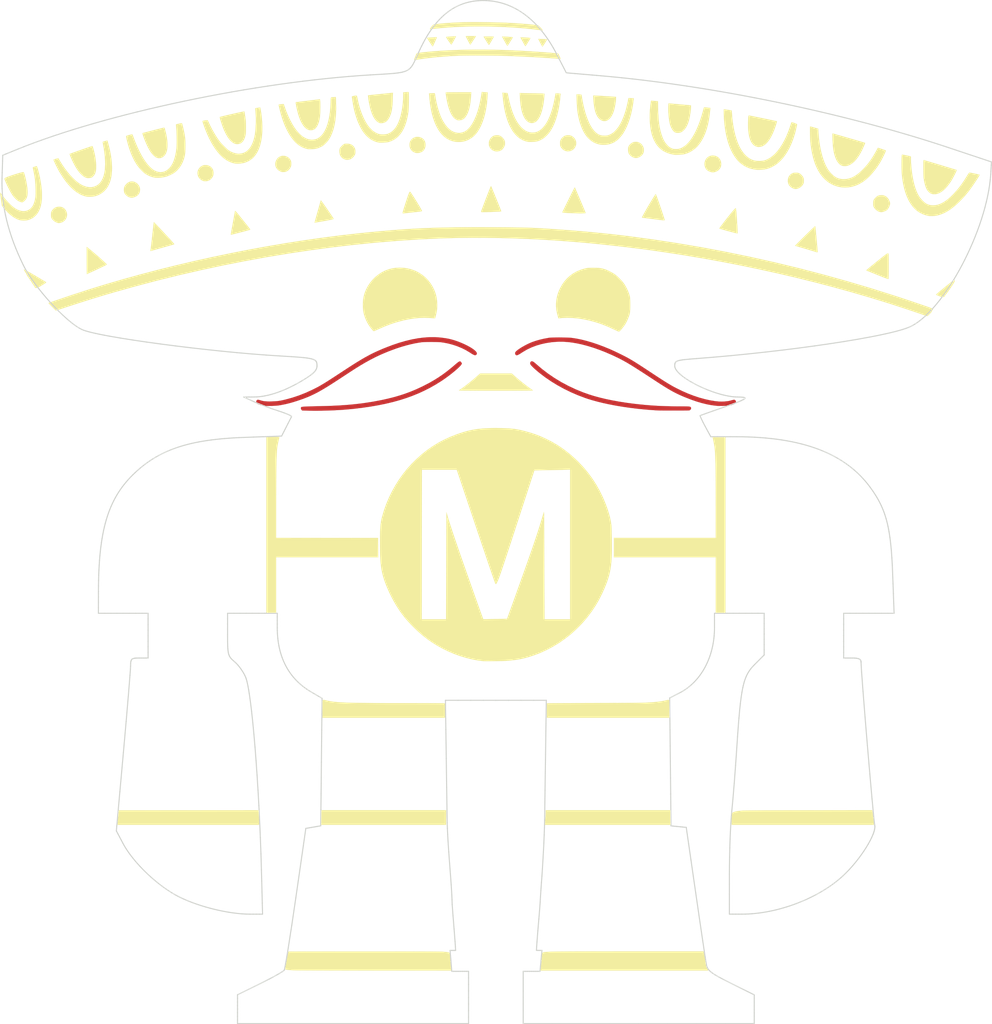
<source format=kicad_pcb>
(kicad_pcb (version 20171130) (host pcbnew 5.1.4-e60b266~84~ubuntu18.04.1)
  (title_block (rev 1))
  (layers (0 Front signal) (31 Back signal) (34 B.Paste user) (35 F.Paste user) (36 B.SilkS user) (37 F.SilkS user) (38 B.Mask user) (39 F.Mask user) (44 Edge.Cuts user))
  (net 0 "")
  (module MF-Jalisco:MF-Jalisco_100mm_3 (layer Front) (at 139.7 98.425)
    (fp_text reference Ref** hide)
    (fp_text value Val** hide)
    (fp_line (start -24.926949 47.504881) (end -24.926781 47.50491) (layer Edge.Cuts) (width 0.1))
    (fp_line (start -24.927179 47.849614) (end -24.926949 47.504881) (layer Edge.Cuts) (width 0.1))
    (fp_line (start -24.927179 48.194192) (end -24.927179 47.849614) (layer Edge.Cuts) (width 0.1))
    (fp_line (start -24.927179 48.538773) (end -24.927179 48.194192) (layer Edge.Cuts) (width 0.1))
    (fp_line (start -24.927179 48.883273) (end -24.927179 48.538773) (layer Edge.Cuts) (width 0.1))
    (fp_line (start -22.161644 48.883273) (end -24.927179 48.883273) (layer Edge.Cuts) (width 0.1))
    (fp_line (start -19.396112 48.883273) (end -22.161644 48.883273) (layer Edge.Cuts) (width 0.1))
    (fp_line (start -16.630577 48.883273) (end -19.396112 48.883273) (layer Edge.Cuts) (width 0.1))
    (fp_line (start -13.86504 48.883273) (end -16.630577 48.883273) (layer Edge.Cuts) (width 0.1))
    (fp_line (start -11.099504 48.883273) (end -13.86504 48.883273) (layer Edge.Cuts) (width 0.1))
    (fp_line (start -8.333969 48.883273) (end -11.099504 48.883273) (layer Edge.Cuts) (width 0.1))
    (fp_line (start -5.568437 48.883273) (end -8.333969 48.883273) (layer Edge.Cuts) (width 0.1))
    (fp_line (start -2.802997 48.883273) (end -5.568437 48.883273) (layer Edge.Cuts) (width 0.1))
    (fp_line (start -2.802997 48.258796) (end -2.802997 48.883273) (layer Edge.Cuts) (width 0.1))
    (fp_line (start -2.802997 47.63432) (end -2.802997 48.258796) (layer Edge.Cuts) (width 0.1))
    (fp_line (start -2.802997 47.009845) (end -2.802997 47.63432) (layer Edge.Cuts) (width 0.1))
    (fp_line (start -2.802997 46.385368) (end -2.802997 47.009845) (layer Edge.Cuts) (width 0.1))
    (fp_line (start -2.802997 45.760893) (end -2.802997 46.385368) (layer Edge.Cuts) (width 0.1))
    (fp_line (start -2.802997 45.136417) (end -2.802997 45.760893) (layer Edge.Cuts) (width 0.1))
    (fp_line (start -2.802997 44.511944) (end -2.802997 45.136417) (layer Edge.Cuts) (width 0.1))
    (fp_line (start -2.802997 43.887469) (end -2.802997 44.511944) (layer Edge.Cuts) (width 0.1))
    (fp_line (start -3.003333 43.887469) (end -2.802997 43.887469) (layer Edge.Cuts) (width 0.1))
    (fp_line (start -3.20367 43.887469) (end -3.003333 43.887469) (layer Edge.Cuts) (width 0.1))
    (fp_line (start -3.404006 43.887469) (end -3.20367 43.887469) (layer Edge.Cuts) (width 0.1))
    (fp_line (start -3.604344 43.887469) (end -3.404006 43.887469) (layer Edge.Cuts) (width 0.1))
    (fp_line (start -3.804683 43.887469) (end -3.604344 43.887469) (layer Edge.Cuts) (width 0.1))
    (fp_line (start -4.00502 43.887469) (end -3.804683 43.887469) (layer Edge.Cuts) (width 0.1))
    (fp_line (start -4.20536 43.887469) (end -4.00502 43.887469) (layer Edge.Cuts) (width 0.1))
    (fp_line (start -4.405696 43.887469) (end -4.20536 43.887469) (layer Edge.Cuts) (width 0.1))
    (fp_line (start -4.446596 43.386061) (end -4.405696 43.887469) (layer Edge.Cuts) (width 0.1))
    (fp_line (start -4.487496 42.88465) (end -4.446596 43.386061) (layer Edge.Cuts) (width 0.1))
    (fp_line (start -4.528396 42.383242) (end -4.487496 42.88465) (layer Edge.Cuts) (width 0.1))
    (fp_line (start -4.569296 41.881836) (end -4.528396 42.383242) (layer Edge.Cuts) (width 0.1))
    (fp_line (start -4.45352 41.883836) (end -4.569296 41.881836) (layer Edge.Cuts) (width 0.1))
    (fp_line (start -4.332709 41.884494) (end -4.45352 41.883836) (layer Edge.Cuts) (width 0.1))
    (fp_line (start -4.198898 41.88465) (end -4.332709 41.884494) (layer Edge.Cuts) (width 0.1))
    (fp_line (start -4.044125 41.884742) (end -4.198898 41.88465) (layer Edge.Cuts) (width 0.1))
    (fp_line (start -4.062355 41.5183) (end -4.044125 41.884742) (layer Edge.Cuts) (width 0.1))
    (fp_line (start -4.095165 41.030722) (end -4.062355 41.5183) (layer Edge.Cuts) (width 0.1))
    (fp_line (start -4.188185 39.829468) (end -4.095165 41.030722) (layer Edge.Cuts) (width 0.1))
    (fp_line (start -4.290728 38.5556) (end -4.188185 39.829468) (layer Edge.Cuts) (width 0.1))
    (fp_line (start -4.370368 37.483746) (end -4.290728 38.5556) (layer Edge.Cuts) (width 0.1))
    (fp_line (start -4.384478 37.035689) (end -4.370368 37.483746) (layer Edge.Cuts) (width 0.1))
    (fp_line (start -4.405428 36.573334) (end -4.384478 37.035689) (layer Edge.Cuts) (width 0.1))
    (fp_line (start -4.463898 35.609134) (end -4.405428 36.573334) (layer Edge.Cuts) (width 0.1))
    (fp_line (start -4.537778 34.59801) (end -4.463898 35.609134) (layer Edge.Cuts) (width 0.1))
    (fp_line (start -4.619078 33.546819) (end -4.537778 34.59801) (layer Edge.Cuts) (width 0.1))
    (fp_line (start -4.699798 32.462417) (end -4.619078 33.546819) (layer Edge.Cuts) (width 0.1))
    (fp_line (start -4.771958 31.351662) (end -4.699798 32.462417) (layer Edge.Cuts) (width 0.1))
    (fp_line (start -4.802328 30.788545) (end -4.771958 31.351662) (layer Edge.Cuts) (width 0.1))
    (fp_line (start -4.827558 30.221412) (end -4.802328 30.788545) (layer Edge.Cuts) (width 0.1))
    (fp_line (start -4.846668 29.651119) (end -4.827558 30.221412) (layer Edge.Cuts) (width 0.1))
    (fp_line (start -4.858608 29.078528) (end -4.846668 29.651119) (layer Edge.Cuts) (width 0.1))
    (fp_line (start -4.897768 26.298163) (end -4.858608 29.078528) (layer Edge.Cuts) (width 0.1))
    (fp_line (start -4.936928 23.517798) (end -4.897768 26.298163) (layer Edge.Cuts) (width 0.1))
    (fp_line (start -4.976088 20.737431) (end -4.936928 23.517798) (layer Edge.Cuts) (width 0.1))
    (fp_line (start -5.015248 17.957066) (end -4.976088 20.737431) (layer Edge.Cuts) (width 0.1))
    (fp_line (start -3.807898 17.957066) (end -5.015248 17.957066) (layer Edge.Cuts) (width 0.1))
    (fp_line (start -2.600549 17.957066) (end -3.807898 17.957066) (layer Edge.Cuts) (width 0.1))
    (fp_line (start -1.393199 17.957066) (end -2.600549 17.957066) (layer Edge.Cuts) (width 0.1))
    (fp_line (start -0.185848 17.957066) (end -1.393199 17.957066) (layer Edge.Cuts) (width 0.1))
    (fp_line (start 1.021501 17.957066) (end -0.185848 17.957066) (layer Edge.Cuts) (width 0.1))
    (fp_line (start 2.228851 17.957066) (end 1.021501 17.957066) (layer Edge.Cuts) (width 0.1))
    (fp_line (start 3.4362 17.957066) (end 2.228851 17.957066) (layer Edge.Cuts) (width 0.1))
    (fp_line (start 4.643566 17.957066) (end 3.4362 17.957066) (layer Edge.Cuts) (width 0.1))
    (fp_line (start 4.603236 20.826682) (end 4.643566 17.957066) (layer Edge.Cuts) (width 0.1))
    (fp_line (start 4.562906 23.696295) (end 4.603236 20.826682) (layer Edge.Cuts) (width 0.1))
    (fp_line (start 4.522576 26.56591) (end 4.562906 23.696295) (layer Edge.Cuts) (width 0.1))
    (fp_line (start 4.482246 29.435523) (end 4.522576 26.56591) (layer Edge.Cuts) (width 0.1))
    (fp_line (start 4.467606 30.085196) (end 4.482246 29.435523) (layer Edge.Cuts) (width 0.1))
    (fp_line (start 4.441816 30.828314) (end 4.467606 30.085196) (layer Edge.Cuts) (width 0.1))
    (fp_line (start 4.407146 31.631629) (end 4.441816 30.828314) (layer Edge.Cuts) (width 0.1))
    (fp_line (start 4.365836 32.461867) (end 4.407146 31.631629) (layer Edge.Cuts) (width 0.1))
    (fp_line (start 4.272296 34.070074) (end 4.365836 32.461867) (layer Edge.Cuts) (width 0.1))
    (fp_line (start 4.224566 34.781521) (end 4.272296 34.070074) (layer Edge.Cuts) (width 0.1))
    (fp_line (start 4.179196 35.386848) (end 4.224566 34.781521) (layer Edge.Cuts) (width 0.1))
    (fp_line (start 4.123216 36.146322) (end 4.179196 35.386848) (layer Edge.Cuts) (width 0.1))
    (fp_line (start 4.089046 36.709228) (end 4.123216 36.146322) (layer Edge.Cuts) (width 0.1))
    (fp_line (start 4.055926 37.261851) (end 4.089046 36.709228) (layer Edge.Cuts) (width 0.1))
    (fp_line (start 4.003086 37.990473) (end 4.055926 37.261851) (layer Edge.Cuts) (width 0.1))
    (fp_line (start 3.928136 38.888862) (end 4.003086 37.990473) (layer Edge.Cuts) (width 0.1))
    (fp_line (start 3.834156 40.003599) (end 3.928136 38.888862) (layer Edge.Cuts) (width 0.1))
    (fp_line (start 3.749486 41.084267) (end 3.834156 40.003599) (layer Edge.Cuts) (width 0.1))
    (fp_line (start 3.719476 41.533567) (end 3.749486 41.084267) (layer Edge.Cuts) (width 0.1))
    (fp_line (start 3.702426 41.880444) (end 3.719476 41.533567) (layer Edge.Cuts) (width 0.1))
    (fp_line (start 3.806064 41.884044) (end 3.702426 41.880444) (layer Edge.Cuts) (width 0.1))
    (fp_line (start 3.946752 41.883716) (end 3.806064 41.884044) (layer Edge.Cuts) (width 0.1))
    (fp_line (start 4.096211 41.882116) (end 3.946752 41.883716) (layer Edge.Cuts) (width 0.1))
    (fp_line (start 4.226166 41.881459) (end 4.096211 41.882116) (layer Edge.Cuts) (width 0.1))
    (fp_line (start 4.179346 42.382981) (end 4.226166 41.881459) (layer Edge.Cuts) (width 0.1))
    (fp_line (start 4.132526 42.884503) (end 4.179346 42.382981) (layer Edge.Cuts) (width 0.1))
    (fp_line (start 4.085706 43.386026) (end 4.132526 42.884503) (layer Edge.Cuts) (width 0.1))
    (fp_line (start 4.038886 43.887548) (end 4.085706 43.386026) (layer Edge.Cuts) (width 0.1))
    (fp_line (start 3.837875 43.887548) (end 4.038886 43.887548) (layer Edge.Cuts) (width 0.1))
    (fp_line (start 3.636867 43.887548) (end 3.837875 43.887548) (layer Edge.Cuts) (width 0.1))
    (fp_line (start 3.435856 43.887548) (end 3.636867 43.887548) (layer Edge.Cuts) (width 0.1))
    (fp_line (start 3.234845 43.887548) (end 3.435856 43.887548) (layer Edge.Cuts) (width 0.1))
    (fp_line (start 3.033833 43.887548) (end 3.234845 43.887548) (layer Edge.Cuts) (width 0.1))
    (fp_line (start 2.832826 43.887548) (end 3.033833 43.887548) (layer Edge.Cuts) (width 0.1))
    (fp_line (start 2.631815 43.887548) (end 2.832826 43.887548) (layer Edge.Cuts) (width 0.1))
    (fp_line (start 2.430803 43.887548) (end 2.631815 43.887548) (layer Edge.Cuts) (width 0.1))
    (fp_line (start 2.430803 44.512024) (end 2.430803 43.887548) (layer Edge.Cuts) (width 0.1))
    (fp_line (start 2.430803 45.1365) (end 2.430803 44.512024) (layer Edge.Cuts) (width 0.1))
    (fp_line (start 2.430803 45.760972) (end 2.430803 45.1365) (layer Edge.Cuts) (width 0.1))
    (fp_line (start 2.430803 46.385449) (end 2.430803 45.760972) (layer Edge.Cuts) (width 0.1))
    (fp_line (start 2.430803 47.009925) (end 2.430803 46.385449) (layer Edge.Cuts) (width 0.1))
    (fp_line (start 2.430803 47.6344) (end 2.430803 47.009925) (layer Edge.Cuts) (width 0.1))
    (fp_line (start 2.430803 48.258877) (end 2.430803 47.6344) (layer Edge.Cuts) (width 0.1))
    (fp_line (start 2.430803 48.883335) (end 2.430803 48.258877) (layer Edge.Cuts) (width 0.1))
    (fp_line (start 5.196339 48.883335) (end 2.430803 48.883335) (layer Edge.Cuts) (width 0.1))
    (fp_line (start 7.961874 48.883335) (end 5.196339 48.883335) (layer Edge.Cuts) (width 0.1))
    (fp_line (start 10.727406 48.883335) (end 7.961874 48.883335) (layer Edge.Cuts) (width 0.1))
    (fp_line (start 13.492941 48.883335) (end 10.727406 48.883335) (layer Edge.Cuts) (width 0.1))
    (fp_line (start 16.258477 48.883335) (end 13.492941 48.883335) (layer Edge.Cuts) (width 0.1))
    (fp_line (start 19.024014 48.883335) (end 16.258477 48.883335) (layer Edge.Cuts) (width 0.1))
    (fp_line (start 21.789545 48.883335) (end 19.024014 48.883335) (layer Edge.Cuts) (width 0.1))
    (fp_line (start 24.555279 48.883335) (end 21.789545 48.883335) (layer Edge.Cuts) (width 0.1))
    (fp_line (start 24.555279 48.539915) (end 24.555279 48.883335) (layer Edge.Cuts) (width 0.1))
    (fp_line (start 24.555279 48.196496) (end 24.555279 48.539915) (layer Edge.Cuts) (width 0.1))
    (fp_line (start 24.555279 47.853073) (end 24.555279 48.196496) (layer Edge.Cuts) (width 0.1))
    (fp_line (start 24.555279 47.509653) (end 24.555279 47.853073) (layer Edge.Cuts) (width 0.1))
    (fp_line (start 24.555279 47.166233) (end 24.555279 47.509653) (layer Edge.Cuts) (width 0.1))
    (fp_line (start 24.555279 46.822811) (end 24.555279 47.166233) (layer Edge.Cuts) (width 0.1))
    (fp_line (start 24.555279 46.479391) (end 24.555279 46.822811) (layer Edge.Cuts) (width 0.1))
    (fp_line (start 24.555279 46.135969) (end 24.555279 46.479391) (layer Edge.Cuts) (width 0.1))
    (fp_line (start 23.998619 45.859449) (end 24.555279 46.135969) (layer Edge.Cuts) (width 0.1))
    (fp_line (start 23.441958 45.582927) (end 23.998619 45.859449) (layer Edge.Cuts) (width 0.1))
    (fp_line (start 22.885297 45.306409) (end 23.441958 45.582927) (layer Edge.Cuts) (width 0.1))
    (fp_line (start 22.328637 45.029886) (end 22.885297 45.306409) (layer Edge.Cuts) (width 0.1))
    (fp_line (start 21.688592 44.707007) (end 22.328637 45.029886) (layer Edge.Cuts) (width 0.1))
    (fp_line (start 21.177666 44.435776) (end 21.688592 44.707007) (layer Edge.Cuts) (width 0.1))
    (fp_line (start 20.965881 44.315947) (end 21.177666 44.435776) (layer Edge.Cuts) (width 0.1))
    (fp_line (start 20.780691 44.204735) (end 20.965881 44.315947) (layer Edge.Cuts) (width 0.1))
    (fp_line (start 20.620196 44.100712) (end 20.780691 44.204735) (layer Edge.Cuts) (width 0.1))
    (fp_line (start 20.482502 44.002432) (end 20.620196 44.100712) (layer Edge.Cuts) (width 0.1))
    (fp_line (start 20.365719 43.908482) (end 20.482502 44.002432) (layer Edge.Cuts) (width 0.1))
    (fp_line (start 20.267939 43.817412) (end 20.365719 43.908482) (layer Edge.Cuts) (width 0.1))
    (fp_line (start 20.187269 43.727802) (end 20.267939 43.817412) (layer Edge.Cuts) (width 0.1))
    (fp_line (start 20.121819 43.638212) (end 20.187269 43.727802) (layer Edge.Cuts) (width 0.1))
    (fp_line (start 20.069689 43.547222) (end 20.121819 43.638212) (layer Edge.Cuts) (width 0.1))
    (fp_line (start 20.028989 43.453382) (end 20.069689 43.547222) (layer Edge.Cuts) (width 0.1))
    (fp_line (start 19.997829 43.355282) (end 20.028989 43.453382) (layer Edge.Cuts) (width 0.1))
    (fp_line (start 19.974279 43.251469) (end 19.997829 43.355282) (layer Edge.Cuts) (width 0.1))
    (fp_line (start 19.853616 42.498591) (end 19.974279 43.251469) (layer Edge.Cuts) (width 0.1))
    (fp_line (start 19.619476 40.9457) (end 19.853616 42.498591) (layer Edge.Cuts) (width 0.1))
    (fp_line (start 19.305609 38.819371) (end 19.619476 40.9457) (layer Edge.Cuts) (width 0.1))
    (fp_line (start 18.945768 36.346186) (end 19.305609 38.819371) (layer Edge.Cuts) (width 0.1))
    (fp_line (start 18.720566 34.787955) (end 18.945768 36.346186) (layer Edge.Cuts) (width 0.1))
    (fp_line (start 18.495365 33.229719) (end 18.720566 34.787955) (layer Edge.Cuts) (width 0.1))
    (fp_line (start 18.270164 31.671487) (end 18.495365 33.229719) (layer Edge.Cuts) (width 0.1))
    (fp_line (start 18.044963 30.113253) (end 18.270164 31.671487) (layer Edge.Cuts) (width 0.1))
    (fp_line (start 17.862565 30.095423) (end 18.044963 30.113253) (layer Edge.Cuts) (width 0.1))
    (fp_line (start 17.680166 30.077593) (end 17.862565 30.095423) (layer Edge.Cuts) (width 0.1))
    (fp_line (start 17.497769 30.059763) (end 17.680166 30.077593) (layer Edge.Cuts) (width 0.1))
    (fp_line (start 17.315371 30.041933) (end 17.497769 30.059763) (layer Edge.Cuts) (width 0.1))
    (fp_line (start 17.132972 30.024103) (end 17.315371 30.041933) (layer Edge.Cuts) (width 0.1))
    (fp_line (start 16.950577 30.006273) (end 17.132972 30.024103) (layer Edge.Cuts) (width 0.1))
    (fp_line (start 16.768179 29.988443) (end 16.950577 30.006273) (layer Edge.Cuts) (width 0.1))
    (fp_line (start 16.585782 29.970613) (end 16.768179 29.988443) (layer Edge.Cuts) (width 0.1))
    (fp_line (start 16.569922 28.440882) (end 16.585782 29.970613) (layer Edge.Cuts) (width 0.1))
    (fp_line (start 16.554062 26.91115) (end 16.569922 28.440882) (layer Edge.Cuts) (width 0.1))
    (fp_line (start 16.538202 25.381416) (end 16.554062 26.91115) (layer Edge.Cuts) (width 0.1))
    (fp_line (start 16.522342 23.851684) (end 16.538202 25.381416) (layer Edge.Cuts) (width 0.1))
    (fp_line (start 16.506482 22.321953) (end 16.522342 23.851684) (layer Edge.Cuts) (width 0.1))
    (fp_line (start 16.490622 20.792217) (end 16.506482 22.321953) (layer Edge.Cuts) (width 0.1))
    (fp_line (start 16.474762 19.262486) (end 16.490622 20.792217) (layer Edge.Cuts) (width 0.1))
    (fp_line (start 16.458902 17.73275) (end 16.474762 19.262486) (layer Edge.Cuts) (width 0.1))
    (fp_line (start 16.691407 17.61414) (end 16.458902 17.73275) (layer Edge.Cuts) (width 0.1))
    (fp_line (start 16.923917 17.495529) (end 16.691407 17.61414) (layer Edge.Cuts) (width 0.1))
    (fp_line (start 17.156421 17.376906) (end 16.923917 17.495529) (layer Edge.Cuts) (width 0.1))
    (fp_line (start 17.388927 17.258295) (end 17.156421 17.376906) (layer Edge.Cuts) (width 0.1))
    (fp_line (start 17.580765 17.155354) (end 17.388927 17.258295) (layer Edge.Cuts) (width 0.1))
    (fp_line (start 17.767927 17.044739) (end 17.580765 17.155354) (layer Edge.Cuts) (width 0.1))
    (fp_line (start 17.950325 16.926626) (end 17.767927 17.044739) (layer Edge.Cuts) (width 0.1))
    (fp_line (start 18.127864 16.801186) (end 17.950325 16.926626) (layer Edge.Cuts) (width 0.1))
    (fp_line (start 18.300451 16.668589) (end 18.127864 16.801186) (layer Edge.Cuts) (width 0.1))
    (fp_line (start 18.467997 16.529006) (end 18.300451 16.668589) (layer Edge.Cuts) (width 0.1))
    (fp_line (start 18.630399 16.382617) (end 18.467997 16.529006) (layer Edge.Cuts) (width 0.1))
    (fp_line (start 18.787575 16.229587) (end 18.630399 16.382617) (layer Edge.Cuts) (width 0.1))
    (fp_line (start 18.93943 16.070095) (end 18.787575 16.229587) (layer Edge.Cuts) (width 0.1))
    (fp_line (start 19.085865 15.904311) (end 18.93943 16.070095) (layer Edge.Cuts) (width 0.1))
    (fp_line (start 19.226794 15.732405) (end 19.085865 15.904311) (layer Edge.Cuts) (width 0.1))
    (fp_line (start 19.362121 15.554554) (end 19.226794 15.732405) (layer Edge.Cuts) (width 0.1))
    (fp_line (start 19.49175 15.370928) (end 19.362121 15.554554) (layer Edge.Cuts) (width 0.1))
    (fp_line (start 19.615596 15.181702) (end 19.49175 15.370928) (layer Edge.Cuts) (width 0.1))
    (fp_line (start 19.73356 14.987048) (end 19.615596 15.181702) (layer Edge.Cuts) (width 0.1))
    (fp_line (start 19.845542 14.787139) (end 19.73356 14.987048) (layer Edge.Cuts) (width 0.1))
    (fp_line (start 19.951469 14.582147) (end 19.845542 14.787139) (layer Edge.Cuts) (width 0.1))
    (fp_line (start 20.051229 14.372242) (end 19.951469 14.582147) (layer Edge.Cuts) (width 0.1))
    (fp_line (start 20.144729 14.1576) (end 20.051229 14.372242) (layer Edge.Cuts) (width 0.1))
    (fp_line (start 20.231889 13.938393) (end 20.144729 14.1576) (layer Edge.Cuts) (width 0.1))
    (fp_line (start 20.312609 13.714799) (end 20.231889 13.938393) (layer Edge.Cuts) (width 0.1))
    (fp_line (start 20.386799 13.486978) (end 20.312609 13.714799) (layer Edge.Cuts) (width 0.1))
    (fp_line (start 20.454369 13.255115) (end 20.386799 13.486978) (layer Edge.Cuts) (width 0.1))
    (fp_line (start 20.515219 13.019379) (end 20.454369 13.255115) (layer Edge.Cuts) (width 0.1))
    (fp_line (start 20.569259 12.77994) (end 20.515219 13.019379) (layer Edge.Cuts) (width 0.1))
    (fp_line (start 20.616389 12.536971) (end 20.569259 12.77994) (layer Edge.Cuts) (width 0.1))
    (fp_line (start 20.656529 12.290651) (end 20.616389 12.536971) (layer Edge.Cuts) (width 0.1))
    (fp_line (start 20.689579 12.041145) (end 20.656529 12.290651) (layer Edge.Cuts) (width 0.1))
    (fp_line (start 20.715449 11.788628) (end 20.689579 12.041145) (layer Edge.Cuts) (width 0.1))
    (fp_line (start 20.734039 11.533275) (end 20.715449 11.788628) (layer Edge.Cuts) (width 0.1))
    (fp_line (start 20.745229 11.275257) (end 20.734039 11.533275) (layer Edge.Cuts) (width 0.1))
    (fp_line (start 20.748929 11.014749) (end 20.745229 11.275257) (layer Edge.Cuts) (width 0.1))
    (fp_line (start 20.748929 10.6687) (end 20.748929 11.014749) (layer Edge.Cuts) (width 0.1))
    (fp_line (start 20.748929 10.322652) (end 20.748929 10.6687) (layer Edge.Cuts) (width 0.1))
    (fp_line (start 20.748929 9.976603) (end 20.748929 10.322652) (layer Edge.Cuts) (width 0.1))
    (fp_line (start 20.748929 9.630554) (end 20.748929 9.976603) (layer Edge.Cuts) (width 0.1))
    (fp_line (start 21.343667 9.630554) (end 20.748929 9.630554) (layer Edge.Cuts) (width 0.1))
    (fp_line (start 21.938406 9.630554) (end 21.343667 9.630554) (layer Edge.Cuts) (width 0.1))
    (fp_line (start 22.533144 9.630554) (end 21.938406 9.630554) (layer Edge.Cuts) (width 0.1))
    (fp_line (start 23.127883 9.630554) (end 22.533144 9.630554) (layer Edge.Cuts) (width 0.1))
    (fp_line (start 23.722621 9.630554) (end 23.127883 9.630554) (layer Edge.Cuts) (width 0.1))
    (fp_line (start 24.31736 9.630554) (end 23.722621 9.630554) (layer Edge.Cuts) (width 0.1))
    (fp_line (start 24.912098 9.630554) (end 24.31736 9.630554) (layer Edge.Cuts) (width 0.1))
    (fp_line (start 25.506837 9.630554) (end 24.912098 9.630554) (layer Edge.Cuts) (width 0.1))
    (fp_line (start 25.506837 10.129086) (end 25.506837 9.630554) (layer Edge.Cuts) (width 0.1))
    (fp_line (start 25.506837 10.627614) (end 25.506837 10.129086) (layer Edge.Cuts) (width 0.1))
    (fp_line (start 25.506837 11.126147) (end 25.506837 10.627614) (layer Edge.Cuts) (width 0.1))
    (fp_line (start 25.506837 11.624674) (end 25.506837 11.126147) (layer Edge.Cuts) (width 0.1))
    (fp_line (start 25.506837 12.123207) (end 25.506837 11.624674) (layer Edge.Cuts) (width 0.1))
    (fp_line (start 25.506837 12.621738) (end 25.506837 12.123207) (layer Edge.Cuts) (width 0.1))
    (fp_line (start 25.506837 13.12027) (end 25.506837 12.621738) (layer Edge.Cuts) (width 0.1))
    (fp_line (start 25.506837 13.618701) (end 25.506837 13.12027) (layer Edge.Cuts) (width 0.1))
    (fp_line (start 25.277356 13.848726) (end 25.506837 13.618701) (layer Edge.Cuts) (width 0.1))
    (fp_line (start 25.047877 14.078749) (end 25.277356 13.848726) (layer Edge.Cuts) (width 0.1))
    (fp_line (start 24.818396 14.308772) (end 25.047877 14.078749) (layer Edge.Cuts) (width 0.1))
    (fp_line (start 24.588914 14.538795) (end 24.818396 14.308772) (layer Edge.Cuts) (width 0.1))
    (fp_line (start 24.390723 14.747486) (end 24.588914 14.538795) (layer Edge.Cuts) (width 0.1))
    (fp_line (start 24.299043 14.852978) (end 24.390723 14.747486) (layer Edge.Cuts) (width 0.1))
    (fp_line (start 24.212073 14.960458) (end 24.299043 14.852978) (layer Edge.Cuts) (width 0.1))
    (fp_line (start 24.129583 15.070824) (end 24.212073 14.960458) (layer Edge.Cuts) (width 0.1))
    (fp_line (start 24.051393 15.185008) (end 24.129583 15.070824) (layer Edge.Cuts) (width 0.1))
    (fp_line (start 23.977303 15.303904) (end 24.051393 15.185008) (layer Edge.Cuts) (width 0.1))
    (fp_line (start 23.907113 15.428434) (end 23.977303 15.303904) (layer Edge.Cuts) (width 0.1))
    (fp_line (start 23.840643 15.559504) (end 23.907113 15.428434) (layer Edge.Cuts) (width 0.1))
    (fp_line (start 23.777693 15.69803) (end 23.840643 15.559504) (layer Edge.Cuts) (width 0.1))
    (fp_line (start 23.718063 15.84492) (end 23.777693 15.69803) (layer Edge.Cuts) (width 0.1))
    (fp_line (start 23.661553 16.001088) (end 23.718063 15.84492) (layer Edge.Cuts) (width 0.1))
    (fp_line (start 23.607983 16.167443) (end 23.661553 16.001088) (layer Edge.Cuts) (width 0.1))
    (fp_line (start 23.557143 16.344903) (end 23.607983 16.167443) (layer Edge.Cuts) (width 0.1))
    (fp_line (start 23.508843 16.534371) (end 23.557143 16.344903) (layer Edge.Cuts) (width 0.1))
    (fp_line (start 23.462883 16.736768) (end 23.508843 16.534371) (layer Edge.Cuts) (width 0.1))
    (fp_line (start 23.377213 17.183979) (end 23.462883 16.736768) (layer Edge.Cuts) (width 0.1))
    (fp_line (start 23.298573 17.693825) (end 23.377213 17.183979) (layer Edge.Cuts) (width 0.1))
    (fp_line (start 23.225393 18.273606) (end 23.298573 17.693825) (layer Edge.Cuts) (width 0.1))
    (fp_line (start 23.156113 18.930616) (end 23.225393 18.273606) (layer Edge.Cuts) (width 0.1))
    (fp_line (start 23.089173 19.672146) (end 23.156113 18.930616) (layer Edge.Cuts) (width 0.1))
    (fp_line (start 23.023003 20.505487) (end 23.089173 19.672146) (layer Edge.Cuts) (width 0.1))
    (fp_line (start 22.956023 21.437943) (end 23.023003 20.505487) (layer Edge.Cuts) (width 0.1))
    (fp_line (start 22.886693 22.476799) (end 22.956023 21.437943) (layer Edge.Cuts) (width 0.1))
    (fp_line (start 22.769811 24.17305) (end 22.886693 22.476799) (layer Edge.Cuts) (width 0.1))
    (fp_line (start 22.639866 25.889871) (end 22.769811 24.17305) (layer Edge.Cuts) (width 0.1))
    (fp_line (start 22.512692 27.426875) (end 22.639866 25.889871) (layer Edge.Cuts) (width 0.1))
    (fp_line (start 22.404129 28.58368) (end 22.512692 27.426875) (layer Edge.Cuts) (width 0.1))
    (fp_line (start 22.358369 29.099993) (end 22.404129 28.58368) (layer Edge.Cuts) (width 0.1))
    (fp_line (start 22.315669 29.732596) (end 22.358369 29.099993) (layer Edge.Cuts) (width 0.1))
    (fp_line (start 22.276979 30.456844) (end 22.315669 29.732596) (layer Edge.Cuts) (width 0.1))
    (fp_line (start 22.243219 31.24811) (end 22.276979 30.456844) (layer Edge.Cuts) (width 0.1))
    (fp_line (start 22.215349 32.081747) (end 22.243219 31.24811) (layer Edge.Cuts) (width 0.1))
    (fp_line (start 22.194259 32.933124) (end 22.215349 32.081747) (layer Edge.Cuts) (width 0.1))
    (fp_line (start 22.180929 33.7776) (end 22.194259 32.933124) (layer Edge.Cuts) (width 0.1))
    (fp_line (start 22.176329 34.590541) (end 22.180929 33.7776) (layer Edge.Cuts) (width 0.1))
    (fp_line (start 22.176329 35.546855) (end 22.176329 34.590541) (layer Edge.Cuts) (width 0.1))
    (fp_line (start 22.176329 36.503168) (end 22.176329 35.546855) (layer Edge.Cuts) (width 0.1))
    (fp_line (start 22.176329 37.459482) (end 22.176329 36.503168) (layer Edge.Cuts) (width 0.1))
    (fp_line (start 22.176329 38.415535) (end 22.176329 37.459482) (layer Edge.Cuts) (width 0.1))
    (fp_line (start 22.476205 38.415535) (end 22.176329 38.415535) (layer Edge.Cuts) (width 0.1))
    (fp_line (start 22.776082 38.415535) (end 22.476205 38.415535) (layer Edge.Cuts) (width 0.1))
    (fp_line (start 23.075959 38.415535) (end 22.776082 38.415535) (layer Edge.Cuts) (width 0.1))
    (fp_line (start 23.375984 38.415535) (end 23.075959 38.415535) (layer Edge.Cuts) (width 0.1))
    (fp_line (start 23.695243 38.411135) (end 23.375984 38.415535) (layer Edge.Cuts) (width 0.1))
    (fp_line (start 24.017392 38.398135) (end 23.695243 38.411135) (layer Edge.Cuts) (width 0.1))
    (fp_line (start 24.34203 38.376685) (end 24.017392 38.398135) (layer Edge.Cuts) (width 0.1))
    (fp_line (start 24.668765 38.346915) (end 24.34203 38.376685) (layer Edge.Cuts) (width 0.1))
    (fp_line (start 24.997201 38.308965) (end 24.668765 38.346915) (layer Edge.Cuts) (width 0.1))
    (fp_line (start 25.32694 38.262995) (end 24.997201 38.308965) (layer Edge.Cuts) (width 0.1))
    (fp_line (start 25.657591 38.209135) (end 25.32694 38.262995) (layer Edge.Cuts) (width 0.1))
    (fp_line (start 25.98875 38.147565) (end 25.657591 38.209135) (layer Edge.Cuts) (width 0.1))
    (fp_line (start 26.320031 38.078425) (end 25.98875 38.147565) (layer Edge.Cuts) (width 0.1))
    (fp_line (start 26.651031 38.001855) (end 26.320031 38.078425) (layer Edge.Cuts) (width 0.1))
    (fp_line (start 26.981358 37.918015) (end 26.651031 38.001855) (layer Edge.Cuts) (width 0.1))
    (fp_line (start 27.310614 37.827045) (end 26.981358 37.918015) (layer Edge.Cuts) (width 0.1))
    (fp_line (start 27.638401 37.729105) (end 27.310614 37.827045) (layer Edge.Cuts) (width 0.1))
    (fp_line (start 27.96433 37.624347) (end 27.638401 37.729105) (layer Edge.Cuts) (width 0.1))
    (fp_line (start 28.287998 37.512912) (end 27.96433 37.624347) (layer Edge.Cuts) (width 0.1))
    (fp_line (start 28.609012 37.394961) (end 28.287998 37.512912) (layer Edge.Cuts) (width 0.1))
    (fp_line (start 28.926977 37.27063) (end 28.609012 37.394961) (layer Edge.Cuts) (width 0.1))
    (fp_line (start 29.241492 37.140083) (end 28.926977 37.27063) (layer Edge.Cuts) (width 0.1))
    (fp_line (start 29.552171 37.003462) (end 29.241492 37.140083) (layer Edge.Cuts) (width 0.1))
    (fp_line (start 29.858608 36.860918) (end 29.552171 37.003462) (layer Edge.Cuts) (width 0.1))
    (fp_line (start 30.160413 36.712604) (end 29.858608 36.860918) (layer Edge.Cuts) (width 0.1))
    (fp_line (start 30.457189 36.55867) (end 30.160413 36.712604) (layer Edge.Cuts) (width 0.1))
    (fp_line (start 30.748538 36.399265) (end 30.457189 36.55867) (layer Edge.Cuts) (width 0.1))
    (fp_line (start 31.034065 36.234534) (end 30.748538 36.399265) (layer Edge.Cuts) (width 0.1))
    (fp_line (start 31.313378 36.064636) (end 31.034065 36.234534) (layer Edge.Cuts) (width 0.1))
    (fp_line (start 31.586077 35.889717) (end 31.313378 36.064636) (layer Edge.Cuts) (width 0.1))
    (fp_line (start 31.851764 35.709928) (end 31.586077 35.889717) (layer Edge.Cuts) (width 0.1))
    (fp_line (start 32.110052 35.525414) (end 31.851764 35.709928) (layer Edge.Cuts) (width 0.1))
    (fp_line (start 32.360535 35.336333) (end 32.110052 35.525414) (layer Edge.Cuts) (width 0.1))
    (fp_line (start 32.602822 35.142831) (end 32.360535 35.336333) (layer Edge.Cuts) (width 0.1))
    (fp_line (start 32.836515 34.945056) (end 32.602822 35.142831) (layer Edge.Cuts) (width 0.1))
    (fp_line (start 33.06122 34.743163) (end 32.836515 34.945056) (layer Edge.Cuts) (width 0.1))
    (fp_line (start 33.370497 34.444512) (end 33.06122 34.743163) (layer Edge.Cuts) (width 0.1))
    (fp_line (start 33.675279 34.126917) (end 33.370497 34.444512) (layer Edge.Cuts) (width 0.1))
    (fp_line (start 33.973105 33.794312) (end 33.675279 34.126917) (layer Edge.Cuts) (width 0.1))
    (fp_line (start 34.261515 33.450633) (end 33.973105 33.794312) (layer Edge.Cuts) (width 0.1))
    (fp_line (start 34.538051 33.099814) (end 34.261515 33.450633) (layer Edge.Cuts) (width 0.1))
    (fp_line (start 34.800248 32.745793) (end 34.538051 33.099814) (layer Edge.Cuts) (width 0.1))
    (fp_line (start 35.045644 32.392503) (end 34.800248 32.745793) (layer Edge.Cuts) (width 0.1))
    (fp_line (start 35.271785 32.043881) (end 35.045644 32.392503) (layer Edge.Cuts) (width 0.1))
    (fp_line (start 35.476213 31.703856) (end 35.271785 32.043881) (layer Edge.Cuts) (width 0.1))
    (fp_line (start 35.656455 31.376375) (end 35.476213 31.703856) (layer Edge.Cuts) (width 0.1))
    (fp_line (start 35.810065 31.065365) (end 35.656455 31.376375) (layer Edge.Cuts) (width 0.1))
    (fp_line (start 35.934571 30.77476) (end 35.810065 31.065365) (layer Edge.Cuts) (width 0.1))
    (fp_line (start 35.985141 30.638339) (end 35.934571 30.77476) (layer Edge.Cuts) (width 0.1))
    (fp_line (start 36.027521 30.508497) (end 35.985141 30.638339) (layer Edge.Cuts) (width 0.1))
    (fp_line (start 36.061391 30.38572) (end 36.027521 30.508497) (layer Edge.Cuts) (width 0.1))
    (fp_line (start 36.086421 30.270517) (end 36.061391 30.38572) (layer Edge.Cuts) (width 0.1))
    (fp_line (start 36.102351 30.16336) (end 36.086421 30.270517) (layer Edge.Cuts) (width 0.1))
    (fp_line (start 36.108851 30.06475) (end 36.102351 30.16336) (layer Edge.Cuts) (width 0.1))
    (fp_line (start 36.105651 29.97518) (end 36.108851 30.06475) (layer Edge.Cuts) (width 0.1))
    (fp_line (start 36.092391 29.89513) (end 36.105651 29.97518) (layer Edge.Cuts) (width 0.1))
    (fp_line (start 36.057431 29.648151) (end 36.092391 29.89513) (layer Edge.Cuts) (width 0.1))
    (fp_line (start 36.000901 29.121754) (end 36.057431 29.648151) (layer Edge.Cuts) (width 0.1))
    (fp_line (start 35.836266 27.387244) (end 36.000901 29.121754) (layer Edge.Cuts) (width 0.1))
    (fp_line (start 35.624791 25.004677) (end 35.836266 27.387244) (layer Edge.Cuts) (width 0.1))
    (fp_line (start 35.392763 22.287127) (end 35.624791 25.004677) (layer Edge.Cuts) (width 0.1))
    (fp_line (start 35.16649 19.547669) (end 35.392763 22.287127) (layer Edge.Cuts) (width 0.1))
    (fp_line (start 34.972266 17.099382) (end 35.16649 19.547669) (layer Edge.Cuts) (width 0.1))
    (fp_line (start 34.836399 15.255343) (end 34.972266 17.099382) (layer Edge.Cuts) (width 0.1))
    (fp_line (start 34.798569 14.657749) (end 34.836399 15.255343) (layer Edge.Cuts) (width 0.1))
    (fp_line (start 34.785179 14.328623) (end 34.798569 14.657749) (layer Edge.Cuts) (width 0.1))
    (fp_line (start 34.782779 14.271683) (end 34.785179 14.328623) (layer Edge.Cuts) (width 0.1))
    (fp_line (start 34.775279 14.219683) (end 34.782779 14.271683) (layer Edge.Cuts) (width 0.1))
    (fp_line (start 34.762509 14.172443) (end 34.775279 14.219683) (layer Edge.Cuts) (width 0.1))
    (fp_line (start 34.744079 14.129793) (end 34.762509 14.172443) (layer Edge.Cuts) (width 0.1))
    (fp_line (start 34.719609 14.091553) (end 34.744079 14.129793) (layer Edge.Cuts) (width 0.1))
    (fp_line (start 34.688739 14.057543) (end 34.719609 14.091553) (layer Edge.Cuts) (width 0.1))
    (fp_line (start 34.651129 14.027603) (end 34.688739 14.057543) (layer Edge.Cuts) (width 0.1))
    (fp_line (start 34.606449 14.001533) (end 34.651129 14.027603) (layer Edge.Cuts) (width 0.1))
    (fp_line (start 34.554329 13.979203) (end 34.606449 14.001533) (layer Edge.Cuts) (width 0.1))
    (fp_line (start 34.494439 13.960413) (end 34.554329 13.979203) (layer Edge.Cuts) (width 0.1))
    (fp_line (start 34.349919 13.932783) (end 34.494439 13.960413) (layer Edge.Cuts) (width 0.1))
    (fp_line (start 34.17011 13.917193) (end 34.349919 13.932783) (layer Edge.Cuts) (width 0.1))
    (fp_line (start 33.952217 13.912393) (end 34.17011 13.917193) (layer Edge.Cuts) (width 0.1))
    (fp_line (start 33.744059 13.912393) (end 33.952217 13.912393) (layer Edge.Cuts) (width 0.1))
    (fp_line (start 33.535902 13.912393) (end 33.744059 13.912393) (layer Edge.Cuts) (width 0.1))
    (fp_line (start 33.32774 13.912393) (end 33.535902 13.912393) (layer Edge.Cuts) (width 0.1))
    (fp_line (start 33.119583 13.912393) (end 33.32774 13.912393) (layer Edge.Cuts) (width 0.1))
    (fp_line (start 33.119583 13.377129) (end 33.119583 13.912393) (layer Edge.Cuts) (width 0.1))
    (fp_line (start 33.119583 12.841864) (end 33.119583 13.377129) (layer Edge.Cuts) (width 0.1))
    (fp_line (start 33.119583 12.306597) (end 33.119583 12.841864) (layer Edge.Cuts) (width 0.1))
    (fp_line (start 33.119583 11.771334) (end 33.119583 12.306597) (layer Edge.Cuts) (width 0.1))
    (fp_line (start 33.119583 11.236069) (end 33.119583 11.771334) (layer Edge.Cuts) (width 0.1))
    (fp_line (start 33.119583 10.700805) (end 33.119583 11.236069) (layer Edge.Cuts) (width 0.1))
    (fp_line (start 33.119583 10.165541) (end 33.119583 10.700805) (layer Edge.Cuts) (width 0.1))
    (fp_line (start 33.119583 9.630277) (end 33.119583 10.165541) (layer Edge.Cuts) (width 0.1))
    (fp_line (start 33.723205 9.630277) (end 33.119583 9.630277) (layer Edge.Cuts) (width 0.1))
    (fp_line (start 34.326825 9.630277) (end 33.723205 9.630277) (layer Edge.Cuts) (width 0.1))
    (fp_line (start 34.930447 9.630277) (end 34.326825 9.630277) (layer Edge.Cuts) (width 0.1))
    (fp_line (start 35.534066 9.630277) (end 34.930447 9.630277) (layer Edge.Cuts) (width 0.1))
    (fp_line (start 36.137688 9.630277) (end 35.534066 9.630277) (layer Edge.Cuts) (width 0.1))
    (fp_line (start 36.741306 9.630277) (end 36.137688 9.630277) (layer Edge.Cuts) (width 0.1))
    (fp_line (start 37.344929 9.630277) (end 36.741306 9.630277) (layer Edge.Cuts) (width 0.1))
    (fp_line (start 37.948548 9.630277) (end 37.344929 9.630277) (layer Edge.Cuts) (width 0.1))
    (fp_line (start 37.914388 8.693563) (end 37.948548 9.630277) (layer Edge.Cuts) (width 0.1))
    (fp_line (start 37.880228 7.756849) (end 37.914388 8.693563) (layer Edge.Cuts) (width 0.1))
    (fp_line (start 37.846068 6.820135) (end 37.880228 7.756849) (layer Edge.Cuts) (width 0.1))
    (fp_line (start 37.811908 5.883421) (end 37.846068 6.820135) (layer Edge.Cuts) (width 0.1))
    (fp_line (start 37.777698 5.07384) (end 37.811908 5.883421) (layer Edge.Cuts) (width 0.1))
    (fp_line (start 37.735618 4.324383) (end 37.777698 5.07384) (layer Edge.Cuts) (width 0.1))
    (fp_line (start 37.684468 3.630451) (end 37.735618 4.324383) (layer Edge.Cuts) (width 0.1))
    (fp_line (start 37.623048 2.987432) (end 37.684468 3.630451) (layer Edge.Cuts) (width 0.1))
    (fp_line (start 37.550168 2.390721) (end 37.623048 2.987432) (layer Edge.Cuts) (width 0.1))
    (fp_line (start 37.464628 1.835716) (end 37.550168 2.390721) (layer Edge.Cuts) (width 0.1))
    (fp_line (start 37.416728 1.572414) (end 37.464628 1.835716) (layer Edge.Cuts) (width 0.1))
    (fp_line (start 37.365218 1.317812) (end 37.416728 1.572414) (layer Edge.Cuts) (width 0.1))
    (fp_line (start 37.309938 1.071328) (end 37.365218 1.317812) (layer Edge.Cuts) (width 0.1))
    (fp_line (start 37.250748 0.832397) (end 37.309938 1.071328) (layer Edge.Cuts) (width 0.1))
    (fp_line (start 37.187488 0.600439) (end 37.250748 0.832397) (layer Edge.Cuts) (width 0.1))
    (fp_line (start 37.120028 0.374872) (end 37.187488 0.600439) (layer Edge.Cuts) (width 0.1))
    (fp_line (start 37.048198 0.155129) (end 37.120028 0.374872) (layer Edge.Cuts) (width 0.1))
    (fp_line (start 36.971858 -0.059371) (end 37.048198 0.155129) (layer Edge.Cuts) (width 0.1))
    (fp_line (start 36.890848 -0.2692) (end 36.971858 -0.059371) (layer Edge.Cuts) (width 0.1))
    (fp_line (start 36.805028 -0.474936) (end 36.890848 -0.2692) (layer Edge.Cuts) (width 0.1))
    (fp_line (start 36.714248 -0.677154) (end 36.805028 -0.474936) (layer Edge.Cuts) (width 0.1))
    (fp_line (start 36.618358 -0.876428) (end 36.714248 -0.677154) (layer Edge.Cuts) (width 0.1))
    (fp_line (start 36.517207 -1.07334) (end 36.618358 -0.876428) (layer Edge.Cuts) (width 0.1))
    (fp_line (start 36.410634 -1.268459) (end 36.517207 -1.07334) (layer Edge.Cuts) (width 0.1))
    (fp_line (start 36.298514 -1.462363) (end 36.410634 -1.268459) (layer Edge.Cuts) (width 0.1))
    (fp_line (start 36.180675 -1.655624) (end 36.298514 -1.462363) (layer Edge.Cuts) (width 0.1))
    (fp_line (start 35.92727 -2.042539) (end 36.180675 -1.655624) (layer Edge.Cuts) (width 0.1))
    (fp_line (start 35.649224 -2.433802) (end 35.92727 -2.042539) (layer Edge.Cuts) (width 0.1))
    (fp_line (start 35.420025 -2.733287) (end 35.649224 -2.433802) (layer Edge.Cuts) (width 0.1))
    (fp_line (start 35.180584 -3.022914) (end 35.420025 -2.733287) (layer Edge.Cuts) (width 0.1))
    (fp_line (start 34.930838 -3.302704) (end 35.180584 -3.022914) (layer Edge.Cuts) (width 0.1))
    (fp_line (start 34.67071 -3.572688) (end 34.930838 -3.302704) (layer Edge.Cuts) (width 0.1))
    (fp_line (start 34.400135 -3.832891) (end 34.67071 -3.572688) (layer Edge.Cuts) (width 0.1))
    (fp_line (start 34.119042 -4.083337) (end 34.400135 -3.832891) (layer Edge.Cuts) (width 0.1))
    (fp_line (start 33.827362 -4.324059) (end 34.119042 -4.083337) (layer Edge.Cuts) (width 0.1))
    (fp_line (start 33.52502 -4.555077) (end 33.827362 -4.324059) (layer Edge.Cuts) (width 0.1))
    (fp_line (start 33.211957 -4.776422) (end 33.52502 -4.555077) (layer Edge.Cuts) (width 0.1))
    (fp_line (start 32.888091 -4.988113) (end 33.211957 -4.776422) (layer Edge.Cuts) (width 0.1))
    (fp_line (start 32.553361 -5.190188) (end 32.888091 -4.988113) (layer Edge.Cuts) (width 0.1))
    (fp_line (start 32.207694 -5.382659) (end 32.553361 -5.190188) (layer Edge.Cuts) (width 0.1))
    (fp_line (start 31.851022 -5.565564) (end 32.207694 -5.382659) (layer Edge.Cuts) (width 0.1))
    (fp_line (start 31.48327 -5.738925) (end 31.851022 -5.565564) (layer Edge.Cuts) (width 0.1))
    (fp_line (start 31.104376 -5.902769) (end 31.48327 -5.738925) (layer Edge.Cuts) (width 0.1))
    (fp_line (start 30.71426 -6.057122) (end 31.104376 -5.902769) (layer Edge.Cuts) (width 0.1))
    (fp_line (start 30.312863 -6.20201) (end 30.71426 -6.057122) (layer Edge.Cuts) (width 0.1))
    (fp_line (start 29.900108 -6.33746) (end 30.312863 -6.20201) (layer Edge.Cuts) (width 0.1))
    (fp_line (start 29.47593 -6.463499) (end 29.900108 -6.33746) (layer Edge.Cuts) (width 0.1))
    (fp_line (start 29.040254 -6.580157) (end 29.47593 -6.463499) (layer Edge.Cuts) (width 0.1))
    (fp_line (start 28.593011 -6.687452) (end 29.040254 -6.580157) (layer Edge.Cuts) (width 0.1))
    (fp_line (start 28.134137 -6.785422) (end 28.593011 -6.687452) (layer Edge.Cuts) (width 0.1))
    (fp_line (start 27.663556 -6.874072) (end 28.134137 -6.785422) (layer Edge.Cuts) (width 0.1))
    (fp_line (start 27.181198 -6.953452) (end 27.663556 -6.874072) (layer Edge.Cuts) (width 0.1))
    (fp_line (start 26.687001 -7.023572) (end 27.181198 -6.953452) (layer Edge.Cuts) (width 0.1))
    (fp_line (start 26.180887 -7.084472) (end 26.687001 -7.023572) (layer Edge.Cuts) (width 0.1))
    (fp_line (start 25.662789 -7.136162) (end 26.180887 -7.084472) (layer Edge.Cuts) (width 0.1))
    (fp_line (start 25.132637 -7.178682) (end 25.662789 -7.136162) (layer Edge.Cuts) (width 0.1))
    (fp_line (start 24.590365 -7.212062) (end 25.132637 -7.178682) (layer Edge.Cuts) (width 0.1))
    (fp_line (start 24.035896 -7.236312) (end 24.590365 -7.212062) (layer Edge.Cuts) (width 0.1))
    (fp_line (start 23.469164 -7.251482) (end 24.035896 -7.236312) (layer Edge.Cuts) (width 0.1))
    (fp_line (start 22.890097 -7.257582) (end 23.469164 -7.251482) (layer Edge.Cuts) (width 0.1))
    (fp_line (start 22.265621 -7.259182) (end 22.890097 -7.257582) (layer Edge.Cuts) (width 0.1))
    (fp_line (start 21.641145 -7.260782) (end 22.265621 -7.259182) (layer Edge.Cuts) (width 0.1))
    (fp_line (start 21.01667 -7.262382) (end 21.641145 -7.260782) (layer Edge.Cuts) (width 0.1))
    (fp_line (start 20.392193 -7.263982) (end 21.01667 -7.262382) (layer Edge.Cuts) (width 0.1))
    (fp_line (start 20.258063 -7.510985) (end 20.392193 -7.263982) (layer Edge.Cuts) (width 0.1))
    (fp_line (start 20.123929 -7.757983) (end 20.258063 -7.510985) (layer Edge.Cuts) (width 0.1))
    (fp_line (start 19.989799 -8.004986) (end 20.123929 -7.757983) (layer Edge.Cuts) (width 0.1))
    (fp_line (start 19.855666 -8.251988) (end 19.989799 -8.004986) (layer Edge.Cuts) (width 0.1))
    (fp_line (start 19.652135 -8.638779) (end 19.855666 -8.251988) (layer Edge.Cuts) (width 0.1))
    (fp_line (start 19.494584 -8.961562) (end 19.652135 -8.638779) (layer Edge.Cuts) (width 0.1))
    (fp_line (start 19.398634 -9.186605) (end 19.494584 -8.961562) (layer Edge.Cuts) (width 0.1))
    (fp_line (start 19.378604 -9.251925) (end 19.398634 -9.186605) (layer Edge.Cuts) (width 0.1))
    (fp_line (start 19.376604 -9.270935) (end 19.378604 -9.251925) (layer Edge.Cuts) (width 0.1))
    (fp_line (start 19.380104 -9.280135) (end 19.376604 -9.270935) (layer Edge.Cuts) (width 0.1))
    (fp_line (start 19.553859 -9.347855) (end 19.380104 -9.280135) (layer Edge.Cuts) (width 0.1))
    (fp_line (start 19.982055 -9.502559) (end 19.553859 -9.347855) (layer Edge.Cuts) (width 0.1))
    (fp_line (start 20.600252 -9.721243) (end 19.982055 -9.502559) (layer Edge.Cuts) (width 0.1))
    (fp_line (start 21.344007 -9.980915) (end 20.600252 -9.721243) (layer Edge.Cuts) (width 0.1))
    (fp_line (start 22.205407 -10.284332) (end 21.344007 -9.980915) (layer Edge.Cuts) (width 0.1))
    (fp_line (start 22.858682 -10.526432) (end 22.205407 -10.284332) (layer Edge.Cuts) (width 0.1))
    (fp_line (start 23.110343 -10.626538) (end 22.858682 -10.526432) (layer Edge.Cuts) (width 0.1))
    (fp_line (start 23.313662 -10.713788) (end 23.110343 -10.626538) (layer Edge.Cuts) (width 0.1))
    (fp_line (start 23.469859 -10.788988) (end 23.313662 -10.713788) (layer Edge.Cuts) (width 0.1))
    (fp_line (start 23.580162 -10.852958) (end 23.469859 -10.788988) (layer Edge.Cuts) (width 0.1))
    (fp_line (start 23.618502 -10.880988) (end 23.580162 -10.852958) (layer Edge.Cuts) (width 0.1))
    (fp_line (start 23.645812 -10.906518) (end 23.618502 -10.880988) (layer Edge.Cuts) (width 0.1))
    (fp_line (start 23.662262 -10.929648) (end 23.645812 -10.906518) (layer Edge.Cuts) (width 0.1))
    (fp_line (start 23.667962 -10.950478) (end 23.662262 -10.929648) (layer Edge.Cuts) (width 0.1))
    (fp_line (start 23.663062 -10.969128) (end 23.667962 -10.950478) (layer Edge.Cuts) (width 0.1))
    (fp_line (start 23.647862 -10.985708) (end 23.663062 -10.969128) (layer Edge.Cuts) (width 0.1))
    (fp_line (start 23.622432 -11.000278) (end 23.647862 -10.985708) (layer Edge.Cuts) (width 0.1))
    (fp_line (start 23.586902 -11.012978) (end 23.622432 -11.000278) (layer Edge.Cuts) (width 0.1))
    (fp_line (start 23.486199 -11.033108) (end 23.586902 -11.012978) (layer Edge.Cuts) (width 0.1))
    (fp_line (start 23.346981 -11.046958) (end 23.486199 -11.033108) (layer Edge.Cuts) (width 0.1))
    (fp_line (start 23.170477 -11.055258) (end 23.346981 -11.046958) (layer Edge.Cuts) (width 0.1))
    (fp_line (start 22.957909 -11.058958) (end 23.170477 -11.055258) (layer Edge.Cuts) (width 0.1))
    (fp_line (start 22.753309 -11.065958) (end 22.957909 -11.058958) (layer Edge.Cuts) (width 0.1))
    (fp_line (start 22.539449 -11.083528) (end 22.753309 -11.065958) (layer Edge.Cuts) (width 0.1))
    (fp_line (start 22.317365 -11.111238) (end 22.539449 -11.083528) (layer Edge.Cuts) (width 0.1))
    (fp_line (start 22.088086 -11.148558) (end 22.317365 -11.111238) (layer Edge.Cuts) (width 0.1))
    (fp_line (start 21.852646 -11.194988) (end 22.088086 -11.148558) (layer Edge.Cuts) (width 0.1))
    (fp_line (start 21.612083 -11.250028) (end 21.852646 -11.194988) (layer Edge.Cuts) (width 0.1))
    (fp_line (start 21.367427 -11.313168) (end 21.612083 -11.250028) (layer Edge.Cuts) (width 0.1))
    (fp_line (start 21.119711 -11.383878) (end 21.367427 -11.313168) (layer Edge.Cuts) (width 0.1))
    (fp_line (start 20.869971 -11.461658) (end 21.119711 -11.383878) (layer Edge.Cuts) (width 0.1))
    (fp_line (start 20.619235 -11.545998) (end 20.869971 -11.461658) (layer Edge.Cuts) (width 0.1))
    (fp_line (start 20.368537 -11.636388) (end 20.619235 -11.545998) (layer Edge.Cuts) (width 0.1))
    (fp_line (start 20.118917 -11.732328) (end 20.368537 -11.636388) (layer Edge.Cuts) (width 0.1))
    (fp_line (start 19.871397 -11.833292) (end 20.118917 -11.732328) (layer Edge.Cuts) (width 0.1))
    (fp_line (start 19.627017 -11.938783) (end 19.871397 -11.833292) (layer Edge.Cuts) (width 0.1))
    (fp_line (start 19.386813 -12.048279) (end 19.627017 -11.938783) (layer Edge.Cuts) (width 0.1))
    (fp_line (start 19.15181 -12.161281) (end 19.386813 -12.048279) (layer Edge.Cuts) (width 0.1))
    (fp_line (start 18.923049 -12.277267) (end 19.15181 -12.161281) (layer Edge.Cuts) (width 0.1))
    (fp_line (start 18.701556 -12.395741) (end 18.923049 -12.277267) (layer Edge.Cuts) (width 0.1))
    (fp_line (start 18.488368 -12.51618) (end 18.701556 -12.395741) (layer Edge.Cuts) (width 0.1))
    (fp_line (start 18.28452 -12.638073) (end 18.488368 -12.51618) (layer Edge.Cuts) (width 0.1))
    (fp_line (start 18.091041 -12.760925) (end 18.28452 -12.638073) (layer Edge.Cuts) (width 0.1))
    (fp_line (start 17.908968 -12.884211) (end 18.091041 -12.760925) (layer Edge.Cuts) (width 0.1))
    (fp_line (start 17.739333 -13.007423) (end 17.908968 -12.884211) (layer Edge.Cuts) (width 0.1))
    (fp_line (start 17.583164 -13.130062) (end 17.739333 -13.007423) (layer Edge.Cuts) (width 0.1))
    (fp_line (start 17.441503 -13.251608) (end 17.583164 -13.130062) (layer Edge.Cuts) (width 0.1))
    (fp_line (start 17.315374 -13.371549) (end 17.441503 -13.251608) (layer Edge.Cuts) (width 0.1))
    (fp_line (start 17.205817 -13.489388) (end 17.315374 -13.371549) (layer Edge.Cuts) (width 0.1))
    (fp_line (start 17.113857 -13.604604) (end 17.205817 -13.489388) (layer Edge.Cuts) (width 0.1))
    (fp_line (start 17.040537 -13.716686) (end 17.113857 -13.604604) (layer Edge.Cuts) (width 0.1))
    (fp_line (start 16.986887 -13.825124) (end 17.040537 -13.716686) (layer Edge.Cuts) (width 0.1))
    (fp_line (start 16.953937 -13.929409) (end 16.986887 -13.825124) (layer Edge.Cuts) (width 0.1))
    (fp_line (start 16.945637 -13.979839) (end 16.953937 -13.929409) (layer Edge.Cuts) (width 0.1))
    (fp_line (start 16.942637 -14.029039) (end 16.945637 -13.979839) (layer Edge.Cuts) (width 0.1))
    (fp_line (start 16.944237 -14.121049) (end 16.942637 -14.029039) (layer Edge.Cuts) (width 0.1))
    (fp_line (start 16.951037 -14.202619) (end 16.944237 -14.121049) (layer Edge.Cuts) (width 0.1))
    (fp_line (start 16.965647 -14.274619) (end 16.951037 -14.202619) (layer Edge.Cuts) (width 0.1))
    (fp_line (start 16.990557 -14.337929) (end 16.965647 -14.274619) (layer Edge.Cuts) (width 0.1))
    (fp_line (start 17.028307 -14.393409) (end 16.990557 -14.337929) (layer Edge.Cuts) (width 0.1))
    (fp_line (start 17.081467 -14.441919) (end 17.028307 -14.393409) (layer Edge.Cuts) (width 0.1))
    (fp_line (start 17.152597 -14.484349) (end 17.081467 -14.441919) (layer Edge.Cuts) (width 0.1))
    (fp_line (start 17.244257 -14.521559) (end 17.152597 -14.484349) (layer Edge.Cuts) (width 0.1))
    (fp_line (start 17.359012 -14.554429) (end 17.244257 -14.521559) (layer Edge.Cuts) (width 0.1))
    (fp_line (start 17.49942 -14.583819) (end 17.359012 -14.554429) (layer Edge.Cuts) (width 0.1))
    (fp_line (start 17.668043 -14.610569) (end 17.49942 -14.583819) (layer Edge.Cuts) (width 0.1))
    (fp_line (start 17.867435 -14.635599) (end 17.668043 -14.610569) (layer Edge.Cuts) (width 0.1))
    (fp_line (start 18.368803 -14.683899) (end 17.867435 -14.635599) (layer Edge.Cuts) (width 0.1))
    (fp_line (start 19.024003 -14.735669) (end 18.368803 -14.683899) (layer Edge.Cuts) (width 0.1))
    (fp_line (start 20.674523 -14.868546) (end 19.024003 -14.735669) (layer Edge.Cuts) (width 0.1))
    (fp_line (start 22.334423 -15.017903) (end 20.674523 -14.868546) (layer Edge.Cuts) (width 0.1))
    (fp_line (start 23.991083 -15.181857) (end 22.334423 -15.017903) (layer Edge.Cuts) (width 0.1))
    (fp_line (start 25.631879 -15.358527) (end 23.991083 -15.181857) (layer Edge.Cuts) (width 0.1))
    (fp_line (start 27.244196 -15.546034) (end 25.631879 -15.358527) (layer Edge.Cuts) (width 0.1))
    (fp_line (start 28.815412 -15.742495) (end 27.244196 -15.546034) (layer Edge.Cuts) (width 0.1))
    (fp_line (start 30.332907 -15.946029) (end 28.815412 -15.742495) (layer Edge.Cuts) (width 0.1))
    (fp_line (start 31.784058 -16.154759) (end 30.332907 -15.946029) (layer Edge.Cuts) (width 0.1))
    (fp_line (start 33.156246 -16.3668) (end 31.784058 -16.154759) (layer Edge.Cuts) (width 0.1))
    (fp_line (start 34.43685 -16.580274) (end 33.156246 -16.3668) (layer Edge.Cuts) (width 0.1))
    (fp_line (start 35.613245 -16.793298) (end 34.43685 -16.580274) (layer Edge.Cuts) (width 0.1))
    (fp_line (start 36.158422 -16.89905) (end 35.613245 -16.793298) (layer Edge.Cuts) (width 0.1))
    (fp_line (start 36.672816 -17.003982) (end 36.158422 -16.89905) (layer Edge.Cuts) (width 0.1))
    (fp_line (start 37.15485 -17.107868) (end 36.672816 -17.003982) (layer Edge.Cuts) (width 0.1))
    (fp_line (start 37.602947 -17.210462) (end 37.15485 -17.107868) (layer Edge.Cuts) (width 0.1))
    (fp_line (start 38.015523 -17.311538) (end 37.602947 -17.210462) (layer Edge.Cuts) (width 0.1))
    (fp_line (start 38.391007 -17.410848) (end 38.015523 -17.311538) (layer Edge.Cuts) (width 0.1))
    (fp_line (start 38.72782 -17.508168) (end 38.391007 -17.410848) (layer Edge.Cuts) (width 0.1))
    (fp_line (start 39.024382 -17.603268) (end 38.72782 -17.508168) (layer Edge.Cuts) (width 0.1))
    (fp_line (start 39.27912 -17.695898) (end 39.024382 -17.603268) (layer Edge.Cuts) (width 0.1))
    (fp_line (start 39.490449 -17.785838) (end 39.27912 -17.695898) (layer Edge.Cuts) (width 0.1))
    (fp_line (start 39.644206 -17.862058) (end 39.490449 -17.785838) (layer Edge.Cuts) (width 0.1))
    (fp_line (start 39.799094 -17.947218) (end 39.644206 -17.862058) (layer Edge.Cuts) (width 0.1))
    (fp_line (start 39.955009 -18.041128) (end 39.799094 -17.947218) (layer Edge.Cuts) (width 0.1))
    (fp_line (start 40.111843 -18.143584) (end 39.955009 -18.041128) (layer Edge.Cuts) (width 0.1))
    (fp_line (start 40.269489 -18.254385) (end 40.111843 -18.143584) (layer Edge.Cuts) (width 0.1))
    (fp_line (start 40.427845 -18.373332) (end 40.269489 -18.254385) (layer Edge.Cuts) (width 0.1))
    (fp_line (start 40.586802 -18.500221) (end 40.427845 -18.373332) (layer Edge.Cuts) (width 0.1))
    (fp_line (start 40.746255 -18.634857) (end 40.586802 -18.500221) (layer Edge.Cuts) (width 0.1))
    (fp_line (start 40.906098 -18.777036) (end 40.746255 -18.634857) (layer Edge.Cuts) (width 0.1))
    (fp_line (start 41.066228 -18.926561) (end 40.906098 -18.777036) (layer Edge.Cuts) (width 0.1))
    (fp_line (start 41.386913 -19.246841) (end 41.066228 -18.926561) (layer Edge.Cuts) (width 0.1))
    (fp_line (start 41.707465 -19.594096) (end 41.386913 -19.246841) (layer Edge.Cuts) (width 0.1))
    (fp_line (start 42.027033 -19.966723) (end 41.707465 -19.594096) (layer Edge.Cuts) (width 0.1))
    (fp_line (start 42.344776 -20.363122) (end 42.027033 -19.966723) (layer Edge.Cuts) (width 0.1))
    (fp_line (start 42.659844 -20.781691) (end 42.344776 -20.363122) (layer Edge.Cuts) (width 0.1))
    (fp_line (start 42.971387 -21.220831) (end 42.659844 -20.781691) (layer Edge.Cuts) (width 0.1))
    (fp_line (start 43.278561 -21.678936) (end 42.971387 -21.220831) (layer Edge.Cuts) (width 0.1))
    (fp_line (start 43.580521 -22.154405) (end 43.278561 -21.678936) (layer Edge.Cuts) (width 0.1))
    (fp_line (start 43.876416 -22.645643) (end 43.580521 -22.154405) (layer Edge.Cuts) (width 0.1))
    (fp_line (start 44.165399 -23.151038) (end 43.876416 -22.645643) (layer Edge.Cuts) (width 0.1))
    (fp_line (start 44.446619 -23.668998) (end 44.165399 -23.151038) (layer Edge.Cuts) (width 0.1))
    (fp_line (start 44.719236 -24.19792) (end 44.446619 -23.668998) (layer Edge.Cuts) (width 0.1))
    (fp_line (start 44.982399 -24.736198) (end 44.719236 -24.19792) (layer Edge.Cuts) (width 0.1))
    (fp_line (start 45.235265 -25.282234) (end 44.982399 -24.736198) (layer Edge.Cuts) (width 0.1))
    (fp_line (start 45.476979 -25.834423) (end 45.235265 -25.282234) (layer Edge.Cuts) (width 0.1))
    (fp_line (start 45.706702 -26.391166) (end 45.476979 -25.834423) (layer Edge.Cuts) (width 0.1))
    (fp_line (start 45.923581 -26.950863) (end 45.706702 -26.391166) (layer Edge.Cuts) (width 0.1))
    (fp_line (start 46.126771 -27.511913) (end 45.923581 -26.950863) (layer Edge.Cuts) (width 0.1))
    (fp_line (start 46.31542 -28.07271) (end 46.126771 -27.511913) (layer Edge.Cuts) (width 0.1))
    (fp_line (start 46.488691 -28.631655) (end 46.31542 -28.07271) (layer Edge.Cuts) (width 0.1))
    (fp_line (start 46.645728 -29.187148) (end 46.488691 -28.631655) (layer Edge.Cuts) (width 0.1))
    (fp_line (start 46.785689 -29.737586) (end 46.645728 -29.187148) (layer Edge.Cuts) (width 0.1))
    (fp_line (start 46.907719 -30.281367) (end 46.785689 -29.737586) (layer Edge.Cuts) (width 0.1))
    (fp_line (start 47.010984 -30.81689) (end 46.907719 -30.281367) (layer Edge.Cuts) (width 0.1))
    (fp_line (start 47.094624 -31.342555) (end 47.010984 -30.81689) (layer Edge.Cuts) (width 0.1))
    (fp_line (start 47.157794 -31.856759) (end 47.094624 -31.342555) (layer Edge.Cuts) (width 0.1))
    (fp_line (start 47.181444 -32.109062) (end 47.157794 -31.856759) (layer Edge.Cuts) (width 0.1))
    (fp_line (start 47.199634 -32.3579) (end 47.181444 -32.109062) (layer Edge.Cuts) (width 0.1))
    (fp_line (start 47.218264 -32.65527) (end 47.199634 -32.3579) (layer Edge.Cuts) (width 0.1))
    (fp_line (start 47.236894 -32.952639) (end 47.218264 -32.65527) (layer Edge.Cuts) (width 0.1))
    (fp_line (start 47.255514 -33.250008) (end 47.236894 -32.952639) (layer Edge.Cuts) (width 0.1))
    (fp_line (start 47.274144 -33.547377) (end 47.255514 -33.250008) (layer Edge.Cuts) (width 0.1))
    (fp_line (start 46.250032 -33.888931) (end 47.274144 -33.547377) (layer Edge.Cuts) (width 0.1))
    (fp_line (start 45.225919 -34.230484) (end 46.250032 -33.888931) (layer Edge.Cuts) (width 0.1))
    (fp_line (start 44.201803 -34.572038) (end 45.225919 -34.230484) (layer Edge.Cuts) (width 0.1))
    (fp_line (start 43.689748 -34.742815) (end 44.201803 -34.572038) (layer Edge.Cuts) (width 0.1))
    (fp_line (start 43.177691 -34.913591) (end 43.689748 -34.742815) (layer Edge.Cuts) (width 0.1))
    (fp_line (start 42.234567 -35.223373) (end 43.177691 -34.913591) (layer Edge.Cuts) (width 0.1))
    (fp_line (start 41.275545 -35.529016) (end 42.234567 -35.223373) (layer Edge.Cuts) (width 0.1))
    (fp_line (start 40.301583 -35.830325) (end 41.275545 -35.529016) (layer Edge.Cuts) (width 0.1))
    (fp_line (start 39.313639 -36.1271) (end 40.301583 -35.830325) (layer Edge.Cuts) (width 0.1))
    (fp_line (start 38.312681 -36.419143) (end 39.313639 -36.1271) (layer Edge.Cuts) (width 0.1))
    (fp_line (start 37.299666 -36.706254) (end 38.312681 -36.419143) (layer Edge.Cuts) (width 0.1))
    (fp_line (start 36.275553 -36.988236) (end 37.299666 -36.706254) (layer Edge.Cuts) (width 0.1))
    (fp_line (start 35.241307 -37.26489) (end 36.275553 -36.988236) (layer Edge.Cuts) (width 0.1))
    (fp_line (start 34.197887 -37.536018) (end 35.241307 -37.26489) (layer Edge.Cuts) (width 0.1))
    (fp_line (start 33.146254 -37.801421) (end 34.197887 -37.536018) (layer Edge.Cuts) (width 0.1))
    (fp_line (start 32.087371 -38.060901) (end 33.146254 -37.801421) (layer Edge.Cuts) (width 0.1))
    (fp_line (start 31.022195 -38.314259) (end 32.087371 -38.060901) (layer Edge.Cuts) (width 0.1))
    (fp_line (start 29.951694 -38.561297) (end 31.022195 -38.314259) (layer Edge.Cuts) (width 0.1))
    (fp_line (start 28.876822 -38.801817) (end 29.951694 -38.561297) (layer Edge.Cuts) (width 0.1))
    (fp_line (start 27.798542 -39.035619) (end 28.876822 -38.801817) (layer Edge.Cuts) (width 0.1))
    (fp_line (start 26.717814 -39.262507) (end 27.798542 -39.035619) (layer Edge.Cuts) (width 0.1))
    (fp_line (start 25.635605 -39.48228) (end 26.717814 -39.262507) (layer Edge.Cuts) (width 0.1))
    (fp_line (start 24.55287 -39.694741) (end 25.635605 -39.48228) (layer Edge.Cuts) (width 0.1))
    (fp_line (start 23.470571 -39.89969) (end 24.55287 -39.694741) (layer Edge.Cuts) (width 0.1))
    (fp_line (start 22.389667 -40.096931) (end 23.470571 -39.89969) (layer Edge.Cuts) (width 0.1))
    (fp_line (start 21.311128 -40.286264) (end 22.389667 -40.096931) (layer Edge.Cuts) (width 0.1))
    (fp_line (start 20.235904 -40.46749) (end 21.311128 -40.286264) (layer Edge.Cuts) (width 0.1))
    (fp_line (start 19.164965 -40.640412) (end 20.235904 -40.46749) (layer Edge.Cuts) (width 0.1))
    (fp_line (start 18.099263 -40.804831) (end 19.164965 -40.640412) (layer Edge.Cuts) (width 0.1))
    (fp_line (start 17.039768 -40.960548) (end 18.099263 -40.804831) (layer Edge.Cuts) (width 0.1))
    (fp_line (start 15.987434 -41.107365) (end 17.039768 -40.960548) (layer Edge.Cuts) (width 0.1))
    (fp_line (start 14.943228 -41.245084) (end 15.987434 -41.107365) (layer Edge.Cuts) (width 0.1))
    (fp_line (start 13.908103 -41.373506) (end 14.943228 -41.245084) (layer Edge.Cuts) (width 0.1))
    (fp_line (start 12.88303 -41.492432) (end 13.908103 -41.373506) (layer Edge.Cuts) (width 0.1))
    (fp_line (start 11.868962 -41.601665) (end 12.88303 -41.492432) (layer Edge.Cuts) (width 0.1))
    (fp_line (start 10.866864 -41.701005) (end 11.868962 -41.601665) (layer Edge.Cuts) (width 0.1))
    (fp_line (start 9.877694 -41.790254) (end 10.866864 -41.701005) (layer Edge.Cuts) (width 0.1))
    (fp_line (start 9.462721 -41.825795) (end 9.877694 -41.790254) (layer Edge.Cuts) (width 0.1))
    (fp_line (start 9.047749 -41.861336) (end 9.462721 -41.825795) (layer Edge.Cuts) (width 0.1))
    (fp_line (start 8.632777 -41.896877) (end 9.047749 -41.861336) (layer Edge.Cuts) (width 0.1))
    (fp_line (start 8.217808 -41.932418) (end 8.632777 -41.896877) (layer Edge.Cuts) (width 0.1))
    (fp_line (start 7.387862 -42.0035) (end 8.217808 -41.932418) (layer Edge.Cuts) (width 0.1))
    (fp_line (start 6.557916 -42.074582) (end 7.387862 -42.0035) (layer Edge.Cuts) (width 0.1))
    (fp_line (start 6.330382 -42.516584) (end 6.557916 -42.074582) (layer Edge.Cuts) (width 0.1))
    (fp_line (start 6.102852 -42.958586) (end 6.330382 -42.516584) (layer Edge.Cuts) (width 0.1))
    (fp_line (start 5.875318 -43.400588) (end 6.102852 -42.958586) (layer Edge.Cuts) (width 0.1))
    (fp_line (start 5.647785 -43.84259) (end 5.875318 -43.400588) (layer Edge.Cuts) (width 0.1))
    (fp_line (start 5.484375 -44.151371) (end 5.647785 -43.84259) (layer Edge.Cuts) (width 0.1))
    (fp_line (start 5.316757 -44.451051) (end 5.484375 -44.151371) (layer Edge.Cuts) (width 0.1))
    (fp_line (start 5.144992 -44.741585) (end 5.316757 -44.451051) (layer Edge.Cuts) (width 0.1))
    (fp_line (start 4.969145 -45.022929) (end 5.144992 -44.741585) (layer Edge.Cuts) (width 0.1))
    (fp_line (start 4.789273 -45.295039) (end 4.969145 -45.022929) (layer Edge.Cuts) (width 0.1))
    (fp_line (start 4.605434 -45.557871) (end 4.789273 -45.295039) (layer Edge.Cuts) (width 0.1))
    (fp_line (start 4.417693 -45.811381) (end 4.605434 -45.557871) (layer Edge.Cuts) (width 0.1))
    (fp_line (start 4.226105 -46.055524) (end 4.417693 -45.811381) (layer Edge.Cuts) (width 0.1))
    (fp_line (start 4.030736 -46.290257) (end 4.226105 -46.055524) (layer Edge.Cuts) (width 0.1))
    (fp_line (start 3.83164 -46.515534) (end 4.030736 -46.290257) (layer Edge.Cuts) (width 0.1))
    (fp_line (start 3.628883 -46.731313) (end 3.83164 -46.515534) (layer Edge.Cuts) (width 0.1))
    (fp_line (start 3.422522 -46.937549) (end 3.628883 -46.731313) (layer Edge.Cuts) (width 0.1))
    (fp_line (start 3.212613 -47.134197) (end 3.422522 -46.937549) (layer Edge.Cuts) (width 0.1))
    (fp_line (start 2.999227 -47.321213) (end 3.212613 -47.134197) (layer Edge.Cuts) (width 0.1))
    (fp_line (start 2.782416 -47.498554) (end 2.999227 -47.321213) (layer Edge.Cuts) (width 0.1))
    (fp_line (start 2.562239 -47.666175) (end 2.782416 -47.498554) (layer Edge.Cuts) (width 0.1))
    (fp_line (start 2.338766 -47.824032) (end 2.562239 -47.666175) (layer Edge.Cuts) (width 0.1))
    (fp_line (start 2.112049 -47.972081) (end 2.338766 -47.824032) (layer Edge.Cuts) (width 0.1))
    (fp_line (start 1.882146 -48.110278) (end 2.112049 -47.972081) (layer Edge.Cuts) (width 0.1))
    (fp_line (start 1.649127 -48.238577) (end 1.882146 -48.110278) (layer Edge.Cuts) (width 0.1))
    (fp_line (start 1.413042 -48.356937) (end 1.649127 -48.238577) (layer Edge.Cuts) (width 0.1))
    (fp_line (start 1.173956 -48.46531) (end 1.413042 -48.356937) (layer Edge.Cuts) (width 0.1))
    (fp_line (start 0.931932 -48.563654) (end 1.173956 -48.46531) (layer Edge.Cuts) (width 0.1))
    (fp_line (start 0.687022 -48.651926) (end 0.931932 -48.563654) (layer Edge.Cuts) (width 0.1))
    (fp_line (start 0.439296 -48.73008) (end 0.687022 -48.651926) (layer Edge.Cuts) (width 0.1))
    (fp_line (start 0.18881 -48.798074) (end 0.439296 -48.73008) (layer Edge.Cuts) (width 0.1))
    (fp_line (start -0.064378 -48.855862) (end 0.18881 -48.798074) (layer Edge.Cuts) (width 0.1))
    (fp_line (start -0.320208 -48.9034) (end -0.064378 -48.855862) (layer Edge.Cuts) (width 0.1))
    (fp_line (start -0.578617 -48.940643) (end -0.320208 -48.9034) (layer Edge.Cuts) (width 0.1))
    (fp_line (start -0.839544 -48.967547) (end -0.578617 -48.940643) (layer Edge.Cuts) (width 0.1))
    (fp_line (start -1.102932 -48.984067) (end -0.839544 -48.967547) (layer Edge.Cuts) (width 0.1))
    (fp_line (start -1.368718 -48.990157) (end -1.102932 -48.984067) (layer Edge.Cuts) (width 0.1))
    (fp_line (start -1.621962 -48.986357) (end -1.368718 -48.990157) (layer Edge.Cuts) (width 0.1))
    (fp_line (start -1.870797 -48.973259) (end -1.621962 -48.986357) (layer Edge.Cuts) (width 0.1))
    (fp_line (start -2.115292 -48.950813) (end -1.870797 -48.973259) (layer Edge.Cuts) (width 0.1))
    (fp_line (start -2.3555 -48.918973) (end -2.115292 -48.950813) (layer Edge.Cuts) (width 0.1))
    (fp_line (start -2.591489 -48.877688) (end -2.3555 -48.918973) (layer Edge.Cuts) (width 0.1))
    (fp_line (start -2.823317 -48.826909) (end -2.591489 -48.877688) (layer Edge.Cuts) (width 0.1))
    (fp_line (start -3.051045 -48.766588) (end -2.823317 -48.826909) (layer Edge.Cuts) (width 0.1))
    (fp_line (start -3.274738 -48.696674) (end -3.051045 -48.766588) (layer Edge.Cuts) (width 0.1))
    (fp_line (start -3.494451 -48.61712) (end -3.274738 -48.696674) (layer Edge.Cuts) (width 0.1))
    (fp_line (start -3.710256 -48.527876) (end -3.494451 -48.61712) (layer Edge.Cuts) (width 0.1))
    (fp_line (start -3.922203 -48.428893) (end -3.710256 -48.527876) (layer Edge.Cuts) (width 0.1))
    (fp_line (start -4.130357 -48.32012) (end -3.922203 -48.428893) (layer Edge.Cuts) (width 0.1))
    (fp_line (start -4.334787 -48.201511) (end -4.130357 -48.32012) (layer Edge.Cuts) (width 0.1))
    (fp_line (start -4.535545 -48.073014) (end -4.334787 -48.201511) (layer Edge.Cuts) (width 0.1))
    (fp_line (start -4.732693 -47.934582) (end -4.535545 -48.073014) (layer Edge.Cuts) (width 0.1))
    (fp_line (start -4.926302 -47.786165) (end -4.732693 -47.934582) (layer Edge.Cuts) (width 0.1))
    (fp_line (start -5.116422 -47.627713) (end -4.926302 -47.786165) (layer Edge.Cuts) (width 0.1))
    (fp_line (start -5.303117 -47.459179) (end -5.116422 -47.627713) (layer Edge.Cuts) (width 0.1))
    (fp_line (start -5.486456 -47.280511) (end -5.303117 -47.459179) (layer Edge.Cuts) (width 0.1))
    (fp_line (start -5.666493 -47.091663) (end -5.486456 -47.280511) (layer Edge.Cuts) (width 0.1))
    (fp_line (start -5.84329 -46.892583) (end -5.666493 -47.091663) (layer Edge.Cuts) (width 0.1))
    (fp_line (start -6.01691 -46.683224) (end -5.84329 -46.892583) (layer Edge.Cuts) (width 0.1))
    (fp_line (start -6.187414 -46.463536) (end -6.01691 -46.683224) (layer Edge.Cuts) (width 0.1))
    (fp_line (start -6.354864 -46.23347) (end -6.187414 -46.463536) (layer Edge.Cuts) (width 0.1))
    (fp_line (start -6.519321 -45.992977) (end -6.354864 -46.23347) (layer Edge.Cuts) (width 0.1))
    (fp_line (start -6.680846 -45.742007) (end -6.519321 -45.992977) (layer Edge.Cuts) (width 0.1))
    (fp_line (start -6.839505 -45.480512) (end -6.680846 -45.742007) (layer Edge.Cuts) (width 0.1))
    (fp_line (start -6.995351 -45.208442) (end -6.839505 -45.480512) (layer Edge.Cuts) (width 0.1))
    (fp_line (start -7.148453 -44.925748) (end -6.995351 -45.208442) (layer Edge.Cuts) (width 0.1))
    (fp_line (start -7.298869 -44.632382) (end -7.148453 -44.925748) (layer Edge.Cuts) (width 0.1))
    (fp_line (start -7.446661 -44.328293) (end -7.298869 -44.632382) (layer Edge.Cuts) (width 0.1))
    (fp_line (start -7.591891 -44.013434) (end -7.446661 -44.328293) (layer Edge.Cuts) (width 0.1))
    (fp_line (start -7.889231 -43.347937) (end -7.591891 -44.013434) (layer Edge.Cuts) (width 0.1))
    (fp_line (start -8.016014 -43.081862) (end -7.889231 -43.347937) (layer Edge.Cuts) (width 0.1))
    (fp_line (start -8.138815 -42.855305) (end -8.016014 -43.081862) (layer Edge.Cuts) (width 0.1))
    (fp_line (start -8.201215 -42.755691) (end -8.138815 -42.855305) (layer Edge.Cuts) (width 0.1))
    (fp_line (start -8.265605 -42.664569) (end -8.201215 -42.755691) (layer Edge.Cuts) (width 0.1))
    (fp_line (start -8.332985 -42.581479) (end -8.265605 -42.664569) (layer Edge.Cuts) (width 0.1))
    (fp_line (start -8.404345 -42.505958) (end -8.332985 -42.581479) (layer Edge.Cuts) (width 0.1))
    (fp_line (start -8.480675 -42.437542) (end -8.404345 -42.505958) (layer Edge.Cuts) (width 0.1))
    (fp_line (start -8.562975 -42.375772) (end -8.480675 -42.437542) (layer Edge.Cuts) (width 0.1))
    (fp_line (start -8.652235 -42.320184) (end -8.562975 -42.375772) (layer Edge.Cuts) (width 0.1))
    (fp_line (start -8.749455 -42.270316) (end -8.652235 -42.320184) (layer Edge.Cuts) (width 0.1))
    (fp_line (start -8.85563 -42.225706) (end -8.749455 -42.270316) (layer Edge.Cuts) (width 0.1))
    (fp_line (start -8.971766 -42.185891) (end -8.85563 -42.225706) (layer Edge.Cuts) (width 0.1))
    (fp_line (start -9.098845 -42.15041) (end -8.971766 -42.185891) (layer Edge.Cuts) (width 0.1))
    (fp_line (start -9.237869 -42.1188) (end -9.098845 -42.15041) (layer Edge.Cuts) (width 0.1))
    (fp_line (start -9.389825 -42.0906) (end -9.237869 -42.1188) (layer Edge.Cuts) (width 0.1))
    (fp_line (start -9.555713 -42.065347) (end -9.389825 -42.0906) (layer Edge.Cuts) (width 0.1))
    (fp_line (start -9.933265 -42.02183) (end -9.555713 -42.065347) (layer Edge.Cuts) (width 0.1))
    (fp_line (start -10.378479 -41.984554) (end -9.933265 -42.02183) (layer Edge.Cuts) (width 0.1))
    (fp_line (start -10.899325 -41.949823) (end -10.378479 -41.984554) (layer Edge.Cuts) (width 0.1))
    (fp_line (start -12.19973 -41.873202) (end -10.899325 -41.949823) (layer Edge.Cuts) (width 0.1))
    (fp_line (start -13.239033 -41.804921) (end -12.19973 -41.873202) (layer Edge.Cuts) (width 0.1))
    (fp_line (start -14.296414 -41.723131) (end -13.239033 -41.804921) (layer Edge.Cuts) (width 0.1))
    (fp_line (start -15.370173 -41.62819) (end -14.296414 -41.723131) (layer Edge.Cuts) (width 0.1))
    (fp_line (start -16.458609 -41.520455) (end -15.370173 -41.62819) (layer Edge.Cuts) (width 0.1))
    (fp_line (start -17.560024 -41.400287) (end -16.458609 -41.520455) (layer Edge.Cuts) (width 0.1))
    (fp_line (start -18.67272 -41.26804) (end -17.560024 -41.400287) (layer Edge.Cuts) (width 0.1))
    (fp_line (start -19.79499 -41.124072) (end -18.67272 -41.26804) (layer Edge.Cuts) (width 0.1))
    (fp_line (start -20.925141 -40.968742) (end -19.79499 -41.124072) (layer Edge.Cuts) (width 0.1))
    (fp_line (start -22.061471 -40.802408) (end -20.925141 -40.968742) (layer Edge.Cuts) (width 0.1))
    (fp_line (start -23.202279 -40.625427) (end -22.061471 -40.802408) (layer Edge.Cuts) (width 0.1))
    (fp_line (start -24.345866 -40.438156) (end -23.202279 -40.625427) (layer Edge.Cuts) (width 0.1))
    (fp_line (start -25.490538 -40.240954) (end -24.345866 -40.438156) (layer Edge.Cuts) (width 0.1))
    (fp_line (start -26.634583 -40.034178) (end -25.490538 -40.240954) (layer Edge.Cuts) (width 0.1))
    (fp_line (start -27.776313 -39.818185) (end -26.634583 -40.034178) (layer Edge.Cuts) (width 0.1))
    (fp_line (start -28.914018 -39.593334) (end -27.776313 -39.818185) (layer Edge.Cuts) (width 0.1))
    (fp_line (start -30.046007 -39.359983) (end -28.914018 -39.593334) (layer Edge.Cuts) (width 0.1))
    (fp_line (start -31.170576 -39.118488) (end -30.046007 -39.359983) (layer Edge.Cuts) (width 0.1))
    (fp_line (start -32.286024 -38.869207) (end -31.170576 -39.118488) (layer Edge.Cuts) (width 0.1))
    (fp_line (start -33.390655 -38.612499) (end -32.286024 -38.869207) (layer Edge.Cuts) (width 0.1))
    (fp_line (start -34.482766 -38.34872) (end -33.390655 -38.612499) (layer Edge.Cuts) (width 0.1))
    (fp_line (start -35.560659 -38.078229) (end -34.482766 -38.34872) (layer Edge.Cuts) (width 0.1))
    (fp_line (start -36.622634 -37.801383) (end -35.560659 -38.078229) (layer Edge.Cuts) (width 0.1))
    (fp_line (start -37.66699 -37.518541) (end -36.622634 -37.801383) (layer Edge.Cuts) (width 0.1))
    (fp_line (start -38.692028 -37.230059) (end -37.66699 -37.518541) (layer Edge.Cuts) (width 0.1))
    (fp_line (start -39.696048 -36.936296) (end -38.692028 -37.230059) (layer Edge.Cuts) (width 0.1))
    (fp_line (start -40.677351 -36.637608) (end -39.696048 -36.936296) (layer Edge.Cuts) (width 0.1))
    (fp_line (start -41.634236 -36.334354) (end -40.677351 -36.637608) (layer Edge.Cuts) (width 0.1))
    (fp_line (start -42.565004 -36.026891) (end -41.634236 -36.334354) (layer Edge.Cuts) (width 0.1))
    (fp_line (start -43.467954 -35.715579) (end -42.565004 -36.026891) (layer Edge.Cuts) (width 0.1))
    (fp_line (start -44.341388 -35.400772) (end -43.467954 -35.715579) (layer Edge.Cuts) (width 0.1))
    (fp_line (start -45.183605 -35.082831) (end -44.341388 -35.400772) (layer Edge.Cuts) (width 0.1))
    (fp_line (start -45.992906 -34.762111) (end -45.183605 -35.082831) (layer Edge.Cuts) (width 0.1))
    (fp_line (start -46.169825 -34.690211) (end -45.992906 -34.762111) (layer Edge.Cuts) (width 0.1))
    (fp_line (start -46.346744 -34.618311) (end -46.169825 -34.690211) (layer Edge.Cuts) (width 0.1))
    (fp_line (start -46.700581 -34.474508) (end -46.346744 -34.618311) (layer Edge.Cuts) (width 0.1))
    (fp_line (start -47.054418 -34.330704) (end -46.700581 -34.474508) (layer Edge.Cuts) (width 0.1))
    (fp_line (start -47.408256 -34.186902) (end -47.054418 -34.330704) (layer Edge.Cuts) (width 0.1))
    (fp_line (start -47.425507 -33.63476) (end -47.408256 -34.186902) (layer Edge.Cuts) (width 0.1))
    (fp_line (start -47.442758 -33.082621) (end -47.425507 -33.63476) (layer Edge.Cuts) (width 0.1))
    (fp_line (start -47.460009 -32.530479) (end -47.442758 -33.082621) (layer Edge.Cuts) (width 0.1))
    (fp_line (start -47.47726 -31.97834) (end -47.460009 -32.530479) (layer Edge.Cuts) (width 0.1))
    (fp_line (start -47.4836 -31.488175) (end -47.47726 -31.97834) (layer Edge.Cuts) (width 0.1))
    (fp_line (start -47.472121 -30.994229) (end -47.4836 -31.488175) (layer Edge.Cuts) (width 0.1))
    (fp_line (start -47.442815 -30.496488) (end -47.472121 -30.994229) (layer Edge.Cuts) (width 0.1))
    (fp_line (start -47.395678 -29.994939) (end -47.442815 -30.496488) (layer Edge.Cuts) (width 0.1))
    (fp_line (start -47.330708 -29.48957) (end -47.395678 -29.994939) (layer Edge.Cuts) (width 0.1))
    (fp_line (start -47.247902 -28.980368) (end -47.330708 -29.48957) (layer Edge.Cuts) (width 0.1))
    (fp_line (start -47.147256 -28.46732) (end -47.247902 -28.980368) (layer Edge.Cuts) (width 0.1))
    (fp_line (start -47.028767 -27.950412) (end -47.147256 -28.46732) (layer Edge.Cuts) (width 0.1))
    (fp_line (start -46.892433 -27.429634) (end -47.028767 -27.950412) (layer Edge.Cuts) (width 0.1))
    (fp_line (start -46.738249 -26.904971) (end -46.892433 -27.429634) (layer Edge.Cuts) (width 0.1))
    (fp_line (start -46.566214 -26.376412) (end -46.738249 -26.904971) (layer Edge.Cuts) (width 0.1))
    (fp_line (start -46.376323 -25.843945) (end -46.566214 -26.376412) (layer Edge.Cuts) (width 0.1))
    (fp_line (start -46.168575 -25.307556) (end -46.376323 -25.843945) (layer Edge.Cuts) (width 0.1))
    (fp_line (start -45.942965 -24.767228) (end -46.168575 -25.307556) (layer Edge.Cuts) (width 0.1))
    (fp_line (start -45.69949 -24.222956) (end -45.942965 -24.767228) (layer Edge.Cuts) (width 0.1))
    (fp_line (start -45.438148 -23.674721) (end -45.69949 -24.222956) (layer Edge.Cuts) (width 0.1))
    (fp_line (start -45.335622 -23.474209) (end -45.438148 -23.674721) (layer Edge.Cuts) (width 0.1))
    (fp_line (start -45.222059 -23.26725) (end -45.335622 -23.474209) (layer Edge.Cuts) (width 0.1))
    (fp_line (start -45.098094 -23.054538) (end -45.222059 -23.26725) (layer Edge.Cuts) (width 0.1))
    (fp_line (start -44.96436 -22.836768) (end -45.098094 -23.054538) (layer Edge.Cuts) (width 0.1))
    (fp_line (start -44.821495 -22.61464) (end -44.96436 -22.836768) (layer Edge.Cuts) (width 0.1))
    (fp_line (start -44.670131 -22.388849) (end -44.821495 -22.61464) (layer Edge.Cuts) (width 0.1))
    (fp_line (start -44.34445 -21.929073) (end -44.670131 -22.388849) (layer Edge.Cuts) (width 0.1))
    (fp_line (start -43.992397 -21.46302) (end -44.34445 -21.929073) (layer Edge.Cuts) (width 0.1))
    (fp_line (start -43.619051 -20.996265) (end -43.992397 -21.46302) (layer Edge.Cuts) (width 0.1))
    (fp_line (start -43.22949 -20.534391) (end -43.619051 -20.996265) (layer Edge.Cuts) (width 0.1))
    (fp_line (start -42.828795 -20.082971) (end -43.22949 -20.534391) (layer Edge.Cuts) (width 0.1))
    (fp_line (start -42.422044 -19.647586) (end -42.828795 -20.082971) (layer Edge.Cuts) (width 0.1))
    (fp_line (start -42.014317 -19.233818) (end -42.422044 -19.647586) (layer Edge.Cuts) (width 0.1))
    (fp_line (start -41.610694 -18.84724) (end -42.014317 -19.233818) (layer Edge.Cuts) (width 0.1))
    (fp_line (start -41.216252 -18.493433) (end -41.610694 -18.84724) (layer Edge.Cuts) (width 0.1))
    (fp_line (start -41.024061 -18.330563) (end -41.216252 -18.493433) (layer Edge.Cuts) (width 0.1))
    (fp_line (start -40.836071 -18.177977) (end -41.024061 -18.330563) (layer Edge.Cuts) (width 0.1))
    (fp_line (start -40.652917 -18.036372) (end -40.836071 -18.177977) (layer Edge.Cuts) (width 0.1))
    (fp_line (start -40.475232 -17.906446) (end -40.652917 -18.036372) (layer Edge.Cuts) (width 0.1))
    (fp_line (start -40.303651 -17.788895) (end -40.475232 -17.906446) (layer Edge.Cuts) (width 0.1))
    (fp_line (start -40.138811 -17.68442) (end -40.303651 -17.788895) (layer Edge.Cuts) (width 0.1))
    (fp_line (start -39.981346 -17.593714) (end -40.138811 -17.68442) (layer Edge.Cuts) (width 0.1))
    (fp_line (start -39.831891 -17.517474) (end -39.981346 -17.593714) (layer Edge.Cuts) (width 0.1))
    (fp_line (start -39.665174 -17.449144) (end -39.831891 -17.517474) (layer Edge.Cuts) (width 0.1))
    (fp_line (start -39.446458 -17.376844) (end -39.665174 -17.449144) (layer Edge.Cuts) (width 0.1))
    (fp_line (start -39.178198 -17.300894) (end -39.446458 -17.376844) (layer Edge.Cuts) (width 0.1))
    (fp_line (start -38.862848 -17.221634) (end -39.178198 -17.300894) (layer Edge.Cuts) (width 0.1))
    (fp_line (start -38.502864 -17.139384) (end -38.862848 -17.221634) (layer Edge.Cuts) (width 0.1))
    (fp_line (start -38.100701 -17.054474) (end -38.502864 -17.139384) (layer Edge.Cuts) (width 0.1))
    (fp_line (start -37.658814 -16.967234) (end -38.100701 -17.054474) (layer Edge.Cuts) (width 0.1))
    (fp_line (start -37.179659 -16.877994) (end -37.658814 -16.967234) (layer Edge.Cuts) (width 0.1))
    (fp_line (start -36.119364 -16.694812) (end -37.179659 -16.877994) (layer Edge.Cuts) (width 0.1))
    (fp_line (start -34.939457 -16.507548) (end -36.119364 -16.694812) (layer Edge.Cuts) (width 0.1))
    (fp_line (start -33.659586 -16.319) (end -34.939457 -16.507548) (layer Edge.Cuts) (width 0.1))
    (fp_line (start -32.299381 -16.131447) (end -33.659586 -16.319) (layer Edge.Cuts) (width 0.1))
    (fp_line (start -30.87849 -15.947683) (end -32.299381 -16.131447) (layer Edge.Cuts) (width 0.1))
    (fp_line (start -29.416553 -15.770329) (end -30.87849 -15.947683) (layer Edge.Cuts) (width 0.1))
    (fp_line (start -27.93321 -15.602006) (end -29.416553 -15.770329) (layer Edge.Cuts) (width 0.1))
    (fp_line (start -26.448108 -15.445341) (end -27.93321 -15.602006) (layer Edge.Cuts) (width 0.1))
    (fp_line (start -24.980887 -15.302952) (end -26.448108 -15.445341) (layer Edge.Cuts) (width 0.1))
    (fp_line (start -23.551186 -15.177465) (end -24.980887 -15.302952) (layer Edge.Cuts) (width 0.1))
    (fp_line (start -22.178791 -15.071546) (end -23.551186 -15.177465) (layer Edge.Cuts) (width 0.1))
    (fp_line (start -20.883058 -14.987726) (end -22.178791 -15.071546) (layer Edge.Cuts) (width 0.1))
    (fp_line (start -19.759537 -14.920156) (end -20.883058 -14.987726) (layer Edge.Cuts) (width 0.1))
    (fp_line (start -18.899907 -14.856926) (end -19.759537 -14.920156) (layer Edge.Cuts) (width 0.1))
    (fp_line (start -18.558061 -14.824056) (end -18.899907 -14.856926) (layer Edge.Cuts) (width 0.1))
    (fp_line (start -18.269002 -14.788826) (end -18.558061 -14.824056) (layer Edge.Cuts) (width 0.1))
    (fp_line (start -18.028331 -14.750066) (end -18.269002 -14.788826) (layer Edge.Cuts) (width 0.1))
    (fp_line (start -17.831656 -14.706646) (end -18.028331 -14.750066) (layer Edge.Cuts) (width 0.1))
    (fp_line (start -17.67458 -14.657406) (end -17.831656 -14.706646) (layer Edge.Cuts) (width 0.1))
    (fp_line (start -17.60952 -14.630226) (end -17.67458 -14.657406) (layer Edge.Cuts) (width 0.1))
    (fp_line (start -17.55271 -14.601176) (end -17.60952 -14.630226) (layer Edge.Cuts) (width 0.1))
    (fp_line (start -17.5036 -14.570086) (end -17.55271 -14.601176) (layer Edge.Cuts) (width 0.1))
    (fp_line (start -17.46164 -14.536826) (end -17.5036 -14.570086) (layer Edge.Cuts) (width 0.1))
    (fp_line (start -17.42629 -14.501246) (end -17.46164 -14.536826) (layer Edge.Cuts) (width 0.1))
    (fp_line (start -17.397 -14.463206) (end -17.42629 -14.501246) (layer Edge.Cuts) (width 0.1))
    (fp_line (start -17.37321 -14.422556) (end -17.397 -14.463206) (layer Edge.Cuts) (width 0.1))
    (fp_line (start -17.35436 -14.379156) (end -17.37321 -14.422556) (layer Edge.Cuts) (width 0.1))
    (fp_line (start -17.32935 -14.283516) (end -17.35436 -14.379156) (layer Edge.Cuts) (width 0.1))
    (fp_line (start -17.31754 -14.17514) (end -17.32935 -14.283516) (layer Edge.Cuts) (width 0.1))
    (fp_line (start -17.31454 -14.052886) (end -17.31754 -14.17514) (layer Edge.Cuts) (width 0.1))
    (fp_line (start -17.31824 -13.971146) (end -17.31454 -14.052886) (layer Edge.Cuts) (width 0.1))
    (fp_line (start -17.32993 -13.891716) (end -17.31824 -13.971146) (layer Edge.Cuts) (width 0.1))
    (fp_line (start -17.3501 -13.813956) (end -17.32993 -13.891716) (layer Edge.Cuts) (width 0.1))
    (fp_line (start -17.37945 -13.737196) (end -17.3501 -13.813956) (layer Edge.Cuts) (width 0.1))
    (fp_line (start -17.41865 -13.660776) (end -17.37945 -13.737196) (layer Edge.Cuts) (width 0.1))
    (fp_line (start -17.46832 -13.584036) (end -17.41865 -13.660776) (layer Edge.Cuts) (width 0.1))
    (fp_line (start -17.5291 -13.506326) (end -17.46832 -13.584036) (layer Edge.Cuts) (width 0.1))
    (fp_line (start -17.60164 -13.426996) (end -17.5291 -13.506326) (layer Edge.Cuts) (width 0.1))
    (fp_line (start -17.68658 -13.345386) (end -17.60164 -13.426996) (layer Edge.Cuts) (width 0.1))
    (fp_line (start -17.78456 -13.260826) (end -17.68658 -13.345386) (layer Edge.Cuts) (width 0.1))
    (fp_line (start -17.896232 -13.172666) (end -17.78456 -13.260826) (layer Edge.Cuts) (width 0.1))
    (fp_line (start -18.022239 -13.080246) (end -17.896232 -13.172666) (layer Edge.Cuts) (width 0.1))
    (fp_line (start -18.319815 -12.880008) (end -18.022239 -13.080246) (layer Edge.Cuts) (width 0.1))
    (fp_line (start -18.682434 -12.654857) (end -18.319815 -12.880008) (layer Edge.Cuts) (width 0.1))
    (fp_line (start -19.000101 -12.468244) (end -18.682434 -12.654857) (layer Edge.Cuts) (width 0.1))
    (fp_line (start -19.316011 -12.292591) (end -19.000101 -12.468244) (layer Edge.Cuts) (width 0.1))
    (fp_line (start -19.629762 -12.128032) (end -19.316011 -12.292591) (layer Edge.Cuts) (width 0.1))
    (fp_line (start -19.940958 -11.97471) (end -19.629762 -12.128032) (layer Edge.Cuts) (width 0.1))
    (fp_line (start -20.249193 -11.83276) (end -19.940958 -11.97471) (layer Edge.Cuts) (width 0.1))
    (fp_line (start -20.554068 -11.70232) (end -20.249193 -11.83276) (layer Edge.Cuts) (width 0.1))
    (fp_line (start -20.855182 -11.583536) (end -20.554068 -11.70232) (layer Edge.Cuts) (width 0.1))
    (fp_line (start -21.152134 -11.476527) (end -20.855182 -11.583536) (layer Edge.Cuts) (width 0.1))
    (fp_line (start -21.444518 -11.381447) (end -21.152134 -11.476527) (layer Edge.Cuts) (width 0.1))
    (fp_line (start -21.731938 -11.298427) (end -21.444518 -11.381447) (layer Edge.Cuts) (width 0.1))
    (fp_line (start -22.01399 -11.227607) (end -21.731938 -11.298427) (layer Edge.Cuts) (width 0.1))
    (fp_line (start -22.290277 -11.169127) (end -22.01399 -11.227607) (layer Edge.Cuts) (width 0.1))
    (fp_line (start -22.560392 -11.123107) (end -22.290277 -11.169127) (layer Edge.Cuts) (width 0.1))
    (fp_line (start -22.823935 -11.089687) (end -22.560392 -11.123107) (layer Edge.Cuts) (width 0.1))
    (fp_line (start -23.080508 -11.069017) (end -22.823935 -11.089687) (layer Edge.Cuts) (width 0.1))
    (fp_line (start -23.329708 -11.061317) (end -23.080508 -11.069017) (layer Edge.Cuts) (width 0.1))
    (fp_line (start -23.580392 -11.059917) (end -23.329708 -11.061317) (layer Edge.Cuts) (width 0.1))
    (fp_line (start -23.83108 -11.058517) (end -23.580392 -11.059917) (layer Edge.Cuts) (width 0.1))
    (fp_line (start -24.081764 -11.057117) (end -23.83108 -11.058517) (layer Edge.Cuts) (width 0.1))
    (fp_line (start -24.33245 -11.055717) (end -24.081764 -11.057117) (layer Edge.Cuts) (width 0.1))
    (fp_line (start -24.080677 -10.941434) (end -24.33245 -11.055717) (layer Edge.Cuts) (width 0.1))
    (fp_line (start -23.828905 -10.827138) (end -24.080677 -10.941434) (layer Edge.Cuts) (width 0.1))
    (fp_line (start -23.577134 -10.712843) (end -23.828905 -10.827138) (layer Edge.Cuts) (width 0.1))
    (fp_line (start -23.325362 -10.59856) (end -23.577134 -10.712843) (layer Edge.Cuts) (width 0.1))
    (fp_line (start -23.096173 -10.498254) (end -23.325362 -10.59856) (layer Edge.Cuts) (width 0.1))
    (fp_line (start -22.830386 -10.388299) (end -23.096173 -10.498254) (layer Edge.Cuts) (width 0.1))
    (fp_line (start -22.227166 -10.153728) (end -22.830386 -10.388299) (layer Edge.Cuts) (width 0.1))
    (fp_line (start -21.591964 -9.923483) (end -22.227166 -10.153728) (layer Edge.Cuts) (width 0.1))
    (fp_line (start -21.001045 -9.72619) (end -21.591964 -9.923483) (layer Edge.Cuts) (width 0.1))
    (fp_line (start -20.737882 -9.64006) (end -21.001045 -9.72619) (layer Edge.Cuts) (width 0.1))
    (fp_line (start -20.495157 -9.55444) (end -20.737882 -9.64006) (layer Edge.Cuts) (width 0.1))
    (fp_line (start -20.27798 -9.47158) (end -20.495157 -9.55444) (layer Edge.Cuts) (width 0.1))
    (fp_line (start -20.091469 -9.39373) (end -20.27798 -9.47158) (layer Edge.Cuts) (width 0.1))
    (fp_line (start -19.940734 -9.32316) (end -20.091469 -9.39373) (layer Edge.Cuts) (width 0.1))
    (fp_line (start -19.83089 -9.2621) (end -19.940734 -9.32316) (layer Edge.Cuts) (width 0.1))
    (fp_line (start -19.76705 -9.21281) (end -19.83089 -9.2621) (layer Edge.Cuts) (width 0.1))
    (fp_line (start -19.75399 -9.19326) (end -19.76705 -9.21281) (layer Edge.Cuts) (width 0.1))
    (fp_line (start -19.754319 -9.1775) (end -19.75399 -9.19326) (layer Edge.Cuts) (width 0.1))
    (fp_line (start -19.816369 -9.057733) (end -19.754319 -9.1775) (layer Edge.Cuts) (width 0.1))
    (fp_line (start -19.933201 -8.830289) (end -19.816369 -9.057733) (layer Edge.Cuts) (width 0.1))
    (fp_line (start -20.08807 -8.527796) (end -19.933201 -8.830289) (layer Edge.Cuts) (width 0.1))
    (fp_line (start -20.26425 -8.182896) (end -20.08807 -8.527796) (layer Edge.Cuts) (width 0.1))
    (fp_line (start -20.374106 -7.967609) (end -20.26425 -8.182896) (layer Edge.Cuts) (width 0.1))
    (fp_line (start -20.483962 -7.752318) (end -20.374106 -7.967609) (layer Edge.Cuts) (width 0.1))
    (fp_line (start -20.593818 -7.53703) (end -20.483962 -7.752318) (layer Edge.Cuts) (width 0.1))
    (fp_line (start -20.703674 -7.321743) (end -20.593818 -7.53703) (layer Edge.Cuts) (width 0.1))
    (fp_line (start -21.603326 -7.289793) (end -20.703674 -7.321743) (layer Edge.Cuts) (width 0.1))
    (fp_line (start -22.502975 -7.257843) (end -21.603326 -7.289793) (layer Edge.Cuts) (width 0.1))
    (fp_line (start -23.402628 -7.225893) (end -22.502975 -7.257843) (layer Edge.Cuts) (width 0.1))
    (fp_line (start -24.30228 -7.193943) (end -23.402628 -7.225893) (layer Edge.Cuts) (width 0.1))
    (fp_line (start -24.789691 -7.174033) (end -24.30228 -7.193943) (layer Edge.Cuts) (width 0.1))
    (fp_line (start -25.263743 -7.149323) (end -24.789691 -7.174033) (layer Edge.Cuts) (width 0.1))
    (fp_line (start -25.724776 -7.119713) (end -25.263743 -7.149323) (layer Edge.Cuts) (width 0.1))
    (fp_line (start -26.173127 -7.085073) (end -25.724776 -7.119713) (layer Edge.Cuts) (width 0.1))
    (fp_line (start -26.609131 -7.045293) (end -26.173127 -7.085073) (layer Edge.Cuts) (width 0.1))
    (fp_line (start -27.033133 -7.000253) (end -26.609131 -7.045293) (layer Edge.Cuts) (width 0.1))
    (fp_line (start -27.44547 -6.949843) (end -27.033133 -7.000253) (layer Edge.Cuts) (width 0.1))
    (fp_line (start -27.846482 -6.893943) (end -27.44547 -6.949843) (layer Edge.Cuts) (width 0.1))
    (fp_line (start -28.236505 -6.832463) (end -27.846482 -6.893943) (layer Edge.Cuts) (width 0.1))
    (fp_line (start -28.61588 -6.765263) (end -28.236505 -6.832463) (layer Edge.Cuts) (width 0.1))
    (fp_line (start -28.984947 -6.692243) (end -28.61588 -6.765263) (layer Edge.Cuts) (width 0.1))
    (fp_line (start -29.344047 -6.613293) (end -28.984947 -6.692243) (layer Edge.Cuts) (width 0.1))
    (fp_line (start -29.693513 -6.528283) (end -29.344047 -6.613293) (layer Edge.Cuts) (width 0.1))
    (fp_line (start -30.033686 -6.437103) (end -29.693513 -6.528283) (layer Edge.Cuts) (width 0.1))
    (fp_line (start -30.364906 -6.339643) (end -30.033686 -6.437103) (layer Edge.Cuts) (width 0.1))
    (fp_line (start -30.687514 -6.235794) (end -30.364906 -6.339643) (layer Edge.Cuts) (width 0.1))
    (fp_line (start -31.001845 -6.125428) (end -30.687514 -6.235794) (layer Edge.Cuts) (width 0.1))
    (fp_line (start -31.308241 -6.008446) (end -31.001845 -6.125428) (layer Edge.Cuts) (width 0.1))
    (fp_line (start -31.607039 -5.884725) (end -31.308241 -6.008446) (layer Edge.Cuts) (width 0.1))
    (fp_line (start -31.89858 -5.754153) (end -31.607039 -5.884725) (layer Edge.Cuts) (width 0.1))
    (fp_line (start -32.183202 -5.616618) (end -31.89858 -5.754153) (layer Edge.Cuts) (width 0.1))
    (fp_line (start -32.461244 -5.472005) (end -32.183202 -5.616618) (layer Edge.Cuts) (width 0.1))
    (fp_line (start -32.733044 -5.3202) (end -32.461244 -5.472005) (layer Edge.Cuts) (width 0.1))
    (fp_line (start -32.998943 -5.161087) (end -32.733044 -5.3202) (layer Edge.Cuts) (width 0.1))
    (fp_line (start -33.259279 -4.994555) (end -32.998943 -5.161087) (layer Edge.Cuts) (width 0.1))
    (fp_line (start -33.51439 -4.820487) (end -33.259279 -4.994555) (layer Edge.Cuts) (width 0.1))
    (fp_line (start -33.764618 -4.638774) (end -33.51439 -4.820487) (layer Edge.Cuts) (width 0.1))
    (fp_line (start -34.010299 -4.449294) (end -33.764618 -4.638774) (layer Edge.Cuts) (width 0.1))
    (fp_line (start -34.251772 -4.251943) (end -34.010299 -4.449294) (layer Edge.Cuts) (width 0.1))
    (fp_line (start -34.489377 -4.046598) (end -34.251772 -4.251943) (layer Edge.Cuts) (width 0.1))
    (fp_line (start -34.723455 -3.83315) (end -34.489377 -4.046598) (layer Edge.Cuts) (width 0.1))
    (fp_line (start -34.954341 -3.611483) (end -34.723455 -3.83315) (layer Edge.Cuts) (width 0.1))
    (fp_line (start -35.174095 -3.388855) (end -34.954341 -3.611483) (layer Edge.Cuts) (width 0.1))
    (fp_line (start -35.385162 -3.161971) (end -35.174095 -3.388855) (layer Edge.Cuts) (width 0.1))
    (fp_line (start -35.587655 -2.930441) (end -35.385162 -3.161971) (layer Edge.Cuts) (width 0.1))
    (fp_line (start -35.78169 -2.693879) (end -35.587655 -2.930441) (layer Edge.Cuts) (width 0.1))
    (fp_line (start -35.967382 -2.451893) (end -35.78169 -2.693879) (layer Edge.Cuts) (width 0.1))
    (fp_line (start -36.144844 -2.204098) (end -35.967382 -2.451893) (layer Edge.Cuts) (width 0.1))
    (fp_line (start -36.314191 -1.950108) (end -36.144844 -2.204098) (layer Edge.Cuts) (width 0.1))
    (fp_line (start -36.475537 -1.68953) (end -36.314191 -1.950108) (layer Edge.Cuts) (width 0.1))
    (fp_line (start -36.628997 -1.42198) (end -36.475537 -1.68953) (layer Edge.Cuts) (width 0.1))
    (fp_line (start -36.774686 -1.147067) (end -36.628997 -1.42198) (layer Edge.Cuts) (width 0.1))
    (fp_line (start -36.912717 -0.864402) (end -36.774686 -1.147067) (layer Edge.Cuts) (width 0.1))
    (fp_line (start -37.043206 -0.573603) (end -36.912717 -0.864402) (layer Edge.Cuts) (width 0.1))
    (fp_line (start -37.166266 -0.274272) (end -37.043206 -0.573603) (layer Edge.Cuts) (width 0.1))
    (fp_line (start -37.282012 0.033967) (end -37.166266 -0.274272) (layer Edge.Cuts) (width 0.1))
    (fp_line (start -37.390559 0.351512) (end -37.282012 0.033967) (layer Edge.Cuts) (width 0.1))
    (fp_line (start -37.492021 0.678747) (end -37.390559 0.351512) (layer Edge.Cuts) (width 0.1))
    (fp_line (start -37.586511 1.016061) (end -37.492021 0.678747) (layer Edge.Cuts) (width 0.1))
    (fp_line (start -37.674151 1.363843) (end -37.586511 1.016061) (layer Edge.Cuts) (width 0.1))
    (fp_line (start -37.755041 1.72248) (end -37.674151 1.363843) (layer Edge.Cuts) (width 0.1))
    (fp_line (start -37.829311 2.092357) (end -37.755041 1.72248) (layer Edge.Cuts) (width 0.1))
    (fp_line (start -37.897061 2.473867) (end -37.829311 2.092357) (layer Edge.Cuts) (width 0.1))
    (fp_line (start -37.958411 2.867397) (end -37.897061 2.473867) (layer Edge.Cuts) (width 0.1))
    (fp_line (start -38.013481 3.273334) (end -37.958411 2.867397) (layer Edge.Cuts) (width 0.1))
    (fp_line (start -38.062381 3.692068) (end -38.013481 3.273334) (layer Edge.Cuts) (width 0.1))
    (fp_line (start -38.105221 4.123985) (end -38.062381 3.692068) (layer Edge.Cuts) (width 0.1))
    (fp_line (start -38.142131 4.569473) (end -38.105221 4.123985) (layer Edge.Cuts) (width 0.1))
    (fp_line (start -38.173211 5.028923) (end -38.142131 4.569473) (layer Edge.Cuts) (width 0.1))
    (fp_line (start -38.198581 5.502718) (end -38.173211 5.028923) (layer Edge.Cuts) (width 0.1))
    (fp_line (start -38.218351 5.99125) (end -38.198581 5.502718) (layer Edge.Cuts) (width 0.1))
    (fp_line (start -38.232641 6.494905) (end -38.218351 5.99125) (layer Edge.Cuts) (width 0.1))
    (fp_line (start -38.241541 7.014073) (end -38.232641 6.494905) (layer Edge.Cuts) (width 0.1))
    (fp_line (start -38.245241 7.549144) (end -38.241541 7.014073) (layer Edge.Cuts) (width 0.1))
    (fp_line (start -38.246241 8.06954) (end -38.245241 7.549144) (layer Edge.Cuts) (width 0.1))
    (fp_line (start -38.247241 8.589938) (end -38.246241 8.06954) (layer Edge.Cuts) (width 0.1))
    (fp_line (start -38.248241 9.110333) (end -38.247241 8.589938) (layer Edge.Cuts) (width 0.1))
    (fp_line (start -38.249241 9.630729) (end -38.248241 9.110333) (layer Edge.Cuts) (width 0.1))
    (fp_line (start -37.654502 9.630729) (end -38.249241 9.630729) (layer Edge.Cuts) (width 0.1))
    (fp_line (start -37.059763 9.630729) (end -37.654502 9.630729) (layer Edge.Cuts) (width 0.1))
    (fp_line (start -36.465025 9.630729) (end -37.059763 9.630729) (layer Edge.Cuts) (width 0.1))
    (fp_line (start -35.870287 9.630729) (end -36.465025 9.630729) (layer Edge.Cuts) (width 0.1))
    (fp_line (start -35.275547 9.630729) (end -35.870287 9.630729) (layer Edge.Cuts) (width 0.1))
    (fp_line (start -34.680808 9.630729) (end -35.275547 9.630729) (layer Edge.Cuts) (width 0.1))
    (fp_line (start -34.08607 9.630729) (end -34.680808 9.630729) (layer Edge.Cuts) (width 0.1))
    (fp_line (start -33.491346 9.630729) (end -34.08607 9.630729) (layer Edge.Cuts) (width 0.1))
    (fp_line (start -33.491346 10.165993) (end -33.491346 9.630729) (layer Edge.Cuts) (width 0.1))
    (fp_line (start -33.491346 10.701261) (end -33.491346 10.165993) (layer Edge.Cuts) (width 0.1))
    (fp_line (start -33.491346 11.236524) (end -33.491346 10.701261) (layer Edge.Cuts) (width 0.1))
    (fp_line (start -33.491346 11.771789) (end -33.491346 11.236524) (layer Edge.Cuts) (width 0.1))
    (fp_line (start -33.491346 12.307052) (end -33.491346 11.771789) (layer Edge.Cuts) (width 0.1))
    (fp_line (start -33.491346 12.842316) (end -33.491346 12.307052) (layer Edge.Cuts) (width 0.1))
    (fp_line (start -33.491346 13.377581) (end -33.491346 12.842316) (layer Edge.Cuts) (width 0.1))
    (fp_line (start -33.491346 13.912844) (end -33.491346 13.377581) (layer Edge.Cuts) (width 0.1))
    (fp_line (start -33.699505 13.912844) (end -33.491346 13.912844) (layer Edge.Cuts) (width 0.1))
    (fp_line (start -33.907663 13.912844) (end -33.699505 13.912844) (layer Edge.Cuts) (width 0.1))
    (fp_line (start -34.115822 13.912844) (end -33.907663 13.912844) (layer Edge.Cuts) (width 0.1))
    (fp_line (start -34.32398 13.912844) (end -34.115822 13.912844) (layer Edge.Cuts) (width 0.1))
    (fp_line (start -34.583313 13.916444) (end -34.32398 13.912844) (layer Edge.Cuts) (width 0.1))
    (fp_line (start -34.690035 13.922244) (end -34.583313 13.916444) (layer Edge.Cuts) (width 0.1))
    (fp_line (start -34.782775 13.931944) (end -34.690035 13.922244) (layer Edge.Cuts) (width 0.1))
    (fp_line (start -34.862535 13.946524) (end -34.782775 13.931944) (layer Edge.Cuts) (width 0.1))
    (fp_line (start -34.930325 13.966814) (end -34.862535 13.946524) (layer Edge.Cuts) (width 0.1))
    (fp_line (start -34.987115 13.993764) (end -34.930325 13.966814) (layer Edge.Cuts) (width 0.1))
    (fp_line (start -35.033915 14.028284) (end -34.987115 13.993764) (layer Edge.Cuts) (width 0.1))
    (fp_line (start -35.071715 14.071274) (end -35.033915 14.028284) (layer Edge.Cuts) (width 0.1))
    (fp_line (start -35.101515 14.123644) (end -35.071715 14.071274) (layer Edge.Cuts) (width 0.1))
    (fp_line (start -35.124295 14.186304) (end -35.101515 14.123644) (layer Edge.Cuts) (width 0.1))
    (fp_line (start -35.141075 14.260174) (end -35.124295 14.186304) (layer Edge.Cuts) (width 0.1))
    (fp_line (start -35.152885 14.346164) (end -35.141075 14.260174) (layer Edge.Cuts) (width 0.1))
    (fp_line (start -35.160585 14.445174) (end -35.152885 14.346164) (layer Edge.Cuts) (width 0.1))
    (fp_line (start -35.167885 14.685934) (end -35.160585 14.445174) (layer Edge.Cuts) (width 0.1))
    (fp_line (start -35.183955 14.994194) (end -35.167885 14.685934) (layer Edge.Cuts) (width 0.1))
    (fp_line (start -35.225605 15.577436) (end -35.183955 14.994194) (layer Edge.Cuts) (width 0.1))
    (fp_line (start -35.374349 17.433254) (end -35.225605 15.577436) (layer Edge.Cuts) (width 0.1))
    (fp_line (start -35.591591 19.982127) (end -35.374349 17.433254) (layer Edge.Cuts) (width 0.1))
    (fp_line (start -35.854792 22.9528) (end -35.591591 19.982127) (layer Edge.Cuts) (width 0.1))
    (fp_line (start -36.023683 24.826228) (end -35.854792 22.9528) (layer Edge.Cuts) (width 0.1))
    (fp_line (start -36.192573 26.699656) (end -36.023683 24.826228) (layer Edge.Cuts) (width 0.1))
    (fp_line (start -36.361463 28.57308) (end -36.192573 26.699656) (layer Edge.Cuts) (width 0.1))
    (fp_line (start -36.530353 30.446507) (end -36.361463 28.57308) (layer Edge.Cuts) (width 0.1))
    (fp_line (start -36.373498 30.742764) (end -36.530353 30.446507) (layer Edge.Cuts) (width 0.1))
    (fp_line (start -36.216643 31.039021) (end -36.373498 30.742764) (layer Edge.Cuts) (width 0.1))
    (fp_line (start -36.059789 31.335279) (end -36.216643 31.039021) (layer Edge.Cuts) (width 0.1))
    (fp_line (start -35.902934 31.631536) (end -36.059789 31.335279) (layer Edge.Cuts) (width 0.1))
    (fp_line (start -35.804354 31.811036) (end -35.902934 31.631536) (layer Edge.Cuts) (width 0.1))
    (fp_line (start -35.697781 31.992496) (end -35.804354 31.811036) (layer Edge.Cuts) (width 0.1))
    (fp_line (start -35.583536 32.175618) (end -35.697781 31.992496) (layer Edge.Cuts) (width 0.1))
    (fp_line (start -35.461941 32.360085) (end -35.583536 32.175618) (layer Edge.Cuts) (width 0.1))
    (fp_line (start -35.333327 32.545593) (end -35.461941 32.360085) (layer Edge.Cuts) (width 0.1))
    (fp_line (start -35.198019 32.731837) (end -35.333327 32.545593) (layer Edge.Cuts) (width 0.1))
    (fp_line (start -34.908621 33.10529) (end -35.198019 32.731837) (layer Edge.Cuts) (width 0.1))
    (fp_line (start -34.596357 33.477987) (end -34.908621 33.10529) (layer Edge.Cuts) (width 0.1))
    (fp_line (start -34.263837 33.847462) (end -34.596357 33.477987) (layer Edge.Cuts) (width 0.1))
    (fp_line (start -33.913671 34.211255) (end -34.263837 33.847462) (layer Edge.Cuts) (width 0.1))
    (fp_line (start -33.548466 34.566904) (end -33.913671 34.211255) (layer Edge.Cuts) (width 0.1))
    (fp_line (start -33.170835 34.911949) (end -33.548466 34.566904) (layer Edge.Cuts) (width 0.1))
    (fp_line (start -32.783385 35.243925) (end -33.170835 34.911949) (layer Edge.Cuts) (width 0.1))
    (fp_line (start -32.388726 35.560375) (end -32.783385 35.243925) (layer Edge.Cuts) (width 0.1))
    (fp_line (start -31.98947 35.858836) (end -32.388726 35.560375) (layer Edge.Cuts) (width 0.1))
    (fp_line (start -31.588223 36.136846) (end -31.98947 35.858836) (layer Edge.Cuts) (width 0.1))
    (fp_line (start -31.187597 36.391942) (end -31.588223 36.136846) (layer Edge.Cuts) (width 0.1))
    (fp_line (start -30.988332 36.51013) (end -31.187597 36.391942) (layer Edge.Cuts) (width 0.1))
    (fp_line (start -30.790201 36.621665) (end -30.988332 36.51013) (layer Edge.Cuts) (width 0.1))
    (fp_line (start -30.59353 36.726248) (end -30.790201 36.621665) (layer Edge.Cuts) (width 0.1))
    (fp_line (start -30.398644 36.823558) (end -30.59353 36.726248) (layer Edge.Cuts) (width 0.1))
    (fp_line (start -30.029407 36.993896) (end -30.398644 36.823558) (layer Edge.Cuts) (width 0.1))
    (fp_line (start -29.642178 37.157593) (end -30.029407 36.993896) (layer Edge.Cuts) (width 0.1))
    (fp_line (start -29.239465 37.314048) (end -29.642178 37.157593) (layer Edge.Cuts) (width 0.1))
    (fp_line (start -28.823781 37.462662) (end -29.239465 37.314048) (layer Edge.Cuts) (width 0.1))
    (fp_line (start -28.397634 37.602833) (end -28.823781 37.462662) (layer Edge.Cuts) (width 0.1))
    (fp_line (start -27.963536 37.733965) (end -28.397634 37.602833) (layer Edge.Cuts) (width 0.1))
    (fp_line (start -27.523991 37.855461) (end -27.963536 37.733965) (layer Edge.Cuts) (width 0.1))
    (fp_line (start -27.081512 37.96671) (end -27.523991 37.855461) (layer Edge.Cuts) (width 0.1))
    (fp_line (start -26.638611 38.067115) (end -27.081512 37.96671) (layer Edge.Cuts) (width 0.1))
    (fp_line (start -26.197794 38.156075) (end -26.638611 38.067115) (layer Edge.Cuts) (width 0.1))
    (fp_line (start -25.76157 38.233005) (end -26.197794 38.156075) (layer Edge.Cuts) (width 0.1))
    (fp_line (start -25.332452 38.297285) (end -25.76157 38.233005) (layer Edge.Cuts) (width 0.1))
    (fp_line (start -24.912949 38.348335) (end -25.332452 38.297285) (layer Edge.Cuts) (width 0.1))
    (fp_line (start -24.505571 38.385545) (end -24.912949 38.348335) (layer Edge.Cuts) (width 0.1))
    (fp_line (start -24.112823 38.408315) (end -24.505571 38.385545) (layer Edge.Cuts) (width 0.1))
    (fp_line (start -23.737222 38.416015) (end -24.112823 38.408315) (layer Edge.Cuts) (width 0.1))
    (fp_line (start -23.434749 38.416015) (end -23.737222 38.416015) (layer Edge.Cuts) (width 0.1))
    (fp_line (start -23.13228 38.416015) (end -23.434749 38.416015) (layer Edge.Cuts) (width 0.1))
    (fp_line (start -22.829808 38.416015) (end -23.13228 38.416015) (layer Edge.Cuts) (width 0.1))
    (fp_line (start -22.527273 38.416015) (end -22.829808 38.416015) (layer Edge.Cuts) (width 0.1))
    (fp_line (start -22.554743 37.360354) (end -22.527273 38.416015) (layer Edge.Cuts) (width 0.1))
    (fp_line (start -22.582213 36.304692) (end -22.554743 37.360354) (layer Edge.Cuts) (width 0.1))
    (fp_line (start -22.609683 35.249033) (end -22.582213 36.304692) (layer Edge.Cuts) (width 0.1))
    (fp_line (start -22.637153 34.19337) (end -22.609683 35.249033) (layer Edge.Cuts) (width 0.1))
    (fp_line (start -22.683113 32.641313) (end -22.637153 34.19337) (layer Edge.Cuts) (width 0.1))
    (fp_line (start -22.739773 31.08977) (end -22.683113 32.641313) (layer Edge.Cuts) (width 0.1))
    (fp_line (start -22.806203 29.550086) (end -22.739773 31.08977) (layer Edge.Cuts) (width 0.1))
    (fp_line (start -22.881473 28.033604) (end -22.806203 29.550086) (layer Edge.Cuts) (width 0.1))
    (fp_line (start -22.964663 26.551673) (end -22.881473 28.033604) (layer Edge.Cuts) (width 0.1))
    (fp_line (start -23.054863 25.115635) (end -22.964663 26.551673) (layer Edge.Cuts) (width 0.1))
    (fp_line (start -23.151123 23.736841) (end -23.054863 25.115635) (layer Edge.Cuts) (width 0.1))
    (fp_line (start -23.252535 22.426634) (end -23.151123 23.736841) (layer Edge.Cuts) (width 0.1))
    (fp_line (start -23.358163 21.196361) (end -23.252535 22.426634) (layer Edge.Cuts) (width 0.1))
    (fp_line (start -23.467099 20.057369) (end -23.358163 21.196361) (layer Edge.Cuts) (width 0.1))
    (fp_line (start -23.57841 19.021004) (end -23.467099 20.057369) (layer Edge.Cuts) (width 0.1))
    (fp_line (start -23.691163 18.098609) (end -23.57841 19.021004) (layer Edge.Cuts) (width 0.1))
    (fp_line (start -23.804439 17.301534) (end -23.691163 18.098609) (layer Edge.Cuts) (width 0.1))
    (fp_line (start -23.860979 16.953534) (end -23.804439 17.301534) (layer Edge.Cuts) (width 0.1))
    (fp_line (start -23.917309 16.641119) (end -23.860979 16.953534) (layer Edge.Cuts) (width 0.1))
    (fp_line (start -23.973309 16.365708) (end -23.917309 16.641119) (layer Edge.Cuts) (width 0.1))
    (fp_line (start -24.028859 16.128715) (end -23.973309 16.365708) (layer Edge.Cuts) (width 0.1))
    (fp_line (start -24.083849 15.931563) (end -24.028859 16.128715) (layer Edge.Cuts) (width 0.1))
    (fp_line (start -24.138159 15.775668) (end -24.083849 15.931563) (layer Edge.Cuts) (width 0.1))
    (fp_line (start -24.225579 15.58044) (end -24.138159 15.775668) (layer Edge.Cuts) (width 0.1))
    (fp_line (start -24.334266 15.375488) (end -24.225579 15.58044) (layer Edge.Cuts) (width 0.1))
    (fp_line (start -24.459891 15.166926) (end -24.334266 15.375488) (layer Edge.Cuts) (width 0.1))
    (fp_line (start -24.598137 14.960874) (end -24.459891 15.166926) (layer Edge.Cuts) (width 0.1))
    (fp_line (start -24.744692 14.763446) (end -24.598137 14.960874) (layer Edge.Cuts) (width 0.1))
    (fp_line (start -24.895233 14.580761) (end -24.744692 14.763446) (layer Edge.Cuts) (width 0.1))
    (fp_line (start -25.045442 14.418941) (end -24.895233 14.580761) (layer Edge.Cuts) (width 0.1))
    (fp_line (start -25.191003 14.284097) (end -25.045442 14.418941) (layer Edge.Cuts) (width 0.1))
    (fp_line (start -25.409903 14.092526) (end -25.191003 14.284097) (layer Edge.Cuts) (width 0.1))
    (fp_line (start -25.499353 14.004096) (end -25.409903 14.092526) (layer Edge.Cuts) (width 0.1))
    (fp_line (start -25.576663 13.916086) (end -25.499353 14.004096) (layer Edge.Cuts) (width 0.1))
    (fp_line (start -25.642713 13.825136) (end -25.576663 13.916086) (layer Edge.Cuts) (width 0.1))
    (fp_line (start -25.698373 13.727876) (end -25.642713 13.825136) (layer Edge.Cuts) (width 0.1))
    (fp_line (start -25.744533 13.620942) (end -25.698373 13.727876) (layer Edge.Cuts) (width 0.1))
    (fp_line (start -25.782093 13.500976) (end -25.744533 13.620942) (layer Edge.Cuts) (width 0.1))
    (fp_line (start -25.811903 13.364601) (end -25.782093 13.500976) (layer Edge.Cuts) (width 0.1))
    (fp_line (start -25.834873 13.20846) (end -25.811903 13.364601) (layer Edge.Cuts) (width 0.1))
    (fp_line (start -25.851883 13.02919) (end -25.834873 13.20846) (layer Edge.Cuts) (width 0.1))
    (fp_line (start -25.863823 12.823425) (end -25.851883 13.02919) (layer Edge.Cuts) (width 0.1))
    (fp_line (start -25.876013 12.318958) (end -25.863823 12.823425) (layer Edge.Cuts) (width 0.1))
    (fp_line (start -25.878413 11.668141) (end -25.876013 12.318958) (layer Edge.Cuts) (width 0.1))
    (fp_line (start -25.878413 11.158774) (end -25.878413 11.668141) (layer Edge.Cuts) (width 0.1))
    (fp_line (start -25.878413 10.649406) (end -25.878413 11.158774) (layer Edge.Cuts) (width 0.1))
    (fp_line (start -25.878413 10.140038) (end -25.878413 10.649406) (layer Edge.Cuts) (width 0.1))
    (fp_line (start -25.878413 9.630671) (end -25.878413 10.140038) (layer Edge.Cuts) (width 0.1))
    (fp_line (start -25.283674 9.630671) (end -25.878413 9.630671) (layer Edge.Cuts) (width 0.1))
    (fp_line (start -24.688936 9.630671) (end -25.283674 9.630671) (layer Edge.Cuts) (width 0.1))
    (fp_line (start -24.094197 9.630671) (end -24.688936 9.630671) (layer Edge.Cuts) (width 0.1))
    (fp_line (start -23.499459 9.630671) (end -24.094197 9.630671) (layer Edge.Cuts) (width 0.1))
    (fp_line (start -22.90472 9.630671) (end -23.499459 9.630671) (layer Edge.Cuts) (width 0.1))
    (fp_line (start -22.309982 9.630671) (end -22.90472 9.630671) (layer Edge.Cuts) (width 0.1))
    (fp_line (start -21.715243 9.630671) (end -22.309982 9.630671) (layer Edge.Cuts) (width 0.1))
    (fp_line (start -21.120451 9.630671) (end -21.715243 9.630671) (layer Edge.Cuts) (width 0.1))
    (fp_line (start -21.120451 9.976719) (end -21.120451 9.630671) (layer Edge.Cuts) (width 0.1))
    (fp_line (start -21.120451 10.322767) (end -21.120451 9.976719) (layer Edge.Cuts) (width 0.1))
    (fp_line (start -21.120451 10.668816) (end -21.120451 10.322767) (layer Edge.Cuts) (width 0.1))
    (fp_line (start -21.120451 11.014865) (end -21.120451 10.668816) (layer Edge.Cuts) (width 0.1))
    (fp_line (start -21.117251 11.274649) (end -21.120451 11.014865) (layer Edge.Cuts) (width 0.1))
    (fp_line (start -21.107551 11.530308) (end -21.117251 11.274649) (layer Edge.Cuts) (width 0.1))
    (fp_line (start -21.091431 11.781822) (end -21.107551 11.530308) (layer Edge.Cuts) (width 0.1))
    (fp_line (start -21.068901 12.029153) (end -21.091431 11.781822) (layer Edge.Cuts) (width 0.1))
    (fp_line (start -21.039951 12.272279) (end -21.068901 12.029153) (layer Edge.Cuts) (width 0.1))
    (fp_line (start -21.004611 12.511177) (end -21.039951 12.272279) (layer Edge.Cuts) (width 0.1))
    (fp_line (start -20.962891 12.745814) (end -21.004611 12.511177) (layer Edge.Cuts) (width 0.1))
    (fp_line (start -20.914801 12.976169) (end -20.962891 12.745814) (layer Edge.Cuts) (width 0.1))
    (fp_line (start -20.860361 13.202208) (end -20.914801 12.976169) (layer Edge.Cuts) (width 0.1))
    (fp_line (start -20.799581 13.423912) (end -20.860361 13.202208) (layer Edge.Cuts) (width 0.1))
    (fp_line (start -20.732481 13.641252) (end -20.799581 13.423912) (layer Edge.Cuts) (width 0.1))
    (fp_line (start -20.659061 13.854198) (end -20.732481 13.641252) (layer Edge.Cuts) (width 0.1))
    (fp_line (start -20.579351 14.062726) (end -20.659061 13.854198) (layer Edge.Cuts) (width 0.1))
    (fp_line (start -20.493361 14.266808) (end -20.579351 14.062726) (layer Edge.Cuts) (width 0.1))
    (fp_line (start -20.401101 14.466416) (end -20.493361 14.266808) (layer Edge.Cuts) (width 0.1))
    (fp_line (start -20.302591 14.661528) (end -20.401101 14.466416) (layer Edge.Cuts) (width 0.1))
    (fp_line (start -20.197834 14.852114) (end -20.302591 14.661528) (layer Edge.Cuts) (width 0.1))
    (fp_line (start -20.086859 15.038144) (end -20.197834 14.852114) (layer Edge.Cuts) (width 0.1))
    (fp_line (start -19.969666 15.219597) (end -20.086859 15.038144) (layer Edge.Cuts) (width 0.1))
    (fp_line (start -19.84628 15.396441) (end -19.969666 15.219597) (layer Edge.Cuts) (width 0.1))
    (fp_line (start -19.71671 15.568657) (end -19.84628 15.396441) (layer Edge.Cuts) (width 0.1))
    (fp_line (start -19.580975 15.736209) (end -19.71671 15.568657) (layer Edge.Cuts) (width 0.1))
    (fp_line (start -19.439082 15.899073) (end -19.580975 15.736209) (layer Edge.Cuts) (width 0.1))
    (fp_line (start -19.291048 16.057226) (end -19.439082 15.899073) (layer Edge.Cuts) (width 0.1))
    (fp_line (start -19.13689 16.210636) (end -19.291048 16.057226) (layer Edge.Cuts) (width 0.1))
    (fp_line (start -18.976618 16.359284) (end -19.13689 16.210636) (layer Edge.Cuts) (width 0.1))
    (fp_line (start -18.810249 16.503134) (end -18.976618 16.359284) (layer Edge.Cuts) (width 0.1))
    (fp_line (start -18.637795 16.642162) (end -18.810249 16.503134) (layer Edge.Cuts) (width 0.1))
    (fp_line (start -18.459273 16.776346) (end -18.637795 16.642162) (layer Edge.Cuts) (width 0.1))
    (fp_line (start -18.274694 16.905655) (end -18.459273 16.776346) (layer Edge.Cuts) (width 0.1))
    (fp_line (start -18.084072 17.030063) (end -18.274694 16.905655) (layer Edge.Cuts) (width 0.1))
    (fp_line (start -17.887425 17.149541) (end -18.084072 17.030063) (layer Edge.Cuts) (width 0.1))
    (fp_line (start -17.623179 17.3044) (end -17.887425 17.149541) (layer Edge.Cuts) (width 0.1))
    (fp_line (start -17.358931 17.459259) (end -17.623179 17.3044) (layer Edge.Cuts) (width 0.1))
    (fp_line (start -17.094689 17.614115) (end -17.358931 17.459259) (layer Edge.Cuts) (width 0.1))
    (fp_line (start -16.83046 17.768991) (end -17.094689 17.614115) (layer Edge.Cuts) (width 0.1))
    (fp_line (start -16.84632 19.293652) (end -16.83046 17.768991) (layer Edge.Cuts) (width 0.1))
    (fp_line (start -16.86217 20.818317) (end -16.84632 19.293652) (layer Edge.Cuts) (width 0.1))
    (fp_line (start -16.87803 22.342979) (end -16.86217 20.818317) (layer Edge.Cuts) (width 0.1))
    (fp_line (start -16.89389 23.86764) (end -16.87803 22.342979) (layer Edge.Cuts) (width 0.1))
    (fp_line (start -16.90974 25.392301) (end -16.89389 23.86764) (layer Edge.Cuts) (width 0.1))
    (fp_line (start -16.9256 26.916965) (end -16.90974 25.392301) (layer Edge.Cuts) (width 0.1))
    (fp_line (start -16.94146 28.441627) (end -16.9256 26.916965) (layer Edge.Cuts) (width 0.1))
    (fp_line (start -16.95731 29.966288) (end -16.94146 28.441627) (layer Edge.Cuts) (width 0.1))
    (fp_line (start -17.135731 29.996918) (end -16.95731 29.966288) (layer Edge.Cuts) (width 0.1))
    (fp_line (start -17.314154 30.027548) (end -17.135731 29.996918) (layer Edge.Cuts) (width 0.1))
    (fp_line (start -17.492574 30.058178) (end -17.314154 30.027548) (layer Edge.Cuts) (width 0.1))
    (fp_line (start -17.670995 30.088808) (end -17.492574 30.058178) (layer Edge.Cuts) (width 0.1))
    (fp_line (start -17.849418 30.119438) (end -17.670995 30.088808) (layer Edge.Cuts) (width 0.1))
    (fp_line (start -18.027839 30.150068) (end -17.849418 30.119438) (layer Edge.Cuts) (width 0.1))
    (fp_line (start -18.206259 30.180698) (end -18.027839 30.150068) (layer Edge.Cuts) (width 0.1))
    (fp_line (start -18.384683 30.211328) (end -18.206259 30.180698) (layer Edge.Cuts) (width 0.1))
    (fp_line (start -18.625045 31.876732) (end -18.384683 30.211328) (layer Edge.Cuts) (width 0.1))
    (fp_line (start -18.865411 33.542134) (end -18.625045 31.876732) (layer Edge.Cuts) (width 0.1))
    (fp_line (start -19.105774 35.207539) (end -18.865411 33.542134) (layer Edge.Cuts) (width 0.1))
    (fp_line (start -19.346136 36.872941) (end -19.105774 35.207539) (layer Edge.Cuts) (width 0.1))
    (fp_line (start -19.73098 39.478142) (end -19.346136 36.872941) (layer Edge.Cuts) (width 0.1))
    (fp_line (start -20.068079 41.647021) (end -19.73098 39.478142) (layer Edge.Cuts) (width 0.1))
    (fp_line (start -20.207367 42.497116) (end -20.068079 41.647021) (layer Edge.Cuts) (width 0.1))
    (fp_line (start -20.321091 43.153257) (end -20.207367 42.497116) (layer Edge.Cuts) (width 0.1))
    (fp_line (start -20.404711 43.587158) (end -20.321091 43.153257) (layer Edge.Cuts) (width 0.1))
    (fp_line (start -20.433801 43.711925) (end -20.404711 43.587158) (layer Edge.Cuts) (width 0.1))
    (fp_line (start -20.453671 43.770525) (end -20.433801 43.711925) (layer Edge.Cuts) (width 0.1))
    (fp_line (start -20.479761 43.800075) (end -20.453671 43.770525) (layer Edge.Cuts) (width 0.1))
    (fp_line (start -20.527161 43.839565) (end -20.479761 43.800075) (layer Edge.Cuts) (width 0.1))
    (fp_line (start -20.681095 43.94579) (end -20.527161 43.839565) (layer Edge.Cuts) (width 0.1))
    (fp_line (start -20.905987 44.083888) (end -20.681095 43.94579) (layer Edge.Cuts) (width 0.1))
    (fp_line (start -21.192366 44.248549) (end -20.905987 44.083888) (layer Edge.Cuts) (width 0.1))
    (fp_line (start -21.530756 44.434454) (end -21.192366 44.248549) (layer Edge.Cuts) (width 0.1))
    (fp_line (start -21.911684 44.636288) (end -21.530756 44.434454) (layer Edge.Cuts) (width 0.1))
    (fp_line (start -22.325675 44.848736) (end -21.911684 44.636288) (layer Edge.Cuts) (width 0.1))
    (fp_line (start -22.763262 45.066481) (end -22.325675 44.848736) (layer Edge.Cuts) (width 0.1))
    (fp_line (start -23.304143 45.331481) (end -22.763262 45.066481) (layer Edge.Cuts) (width 0.1))
    (fp_line (start -23.84502 45.596478) (end -23.304143 45.331481) (layer Edge.Cuts) (width 0.1))
    (fp_line (start -24.385901 45.861478) (end -23.84502 45.596478) (layer Edge.Cuts) (width 0.1))
    (fp_line (start -24.926781 46.126474) (end -24.385901 45.861478) (layer Edge.Cuts) (width 0.1))
    (fp_line (start -24.926781 46.471085) (end -24.926781 46.126474) (layer Edge.Cuts) (width 0.1))
    (fp_line (start -24.926781 46.815692) (end -24.926781 46.471085) (layer Edge.Cuts) (width 0.1))
    (fp_line (start -24.926781 47.160302) (end -24.926781 46.815692) (layer Edge.Cuts) (width 0.1))
    (fp_line (start -24.926781 47.50491) (end -24.926781 47.160302) (layer Edge.Cuts) (width 0.1))
    (fp_poly (pts (xy 6.089695 -16.753924) (xy 6.298846 -16.751029) (xy 6.499515 -16.746463) (xy 6.685355 -16.740257) (xy 6.85002 -16.73244) (xy 6.987164 -16.723043) (xy 7.069667 -16.714791) (xy 7.52566 -16.64598) (xy 8.007219 -16.547798) (xy 8.510667 -16.421478) (xy 9.032322 -16.268257) (xy 9.568506 -16.089368) (xy 10.11554 -15.886048) (xy 10.669745 -15.65953) (xy 11.22744 -15.41105) (xy 11.784947 -15.141843) (xy 11.84275 -15.112715) (xy 12.014231 -15.025461) (xy 12.173509 -14.943158) (xy 12.324077 -14.863694) (xy 12.469428 -14.784956) (xy 12.613056 -14.704833) (xy 12.758453 -14.62121) (xy 12.909113 -14.531978) (xy 13.068529 -14.435022) (xy 13.240194 -14.32823) (xy 13.427601 -14.209491) (xy 13.634243 -14.076692) (xy 13.863614 -13.92772) (xy 14.119206 -13.760463) (xy 14.404513 -13.572809) (xy 14.57325 -13.461534) (xy 14.886151 -13.255359) (xy 15.167124 -13.070974) (xy 15.419303 -12.906445) (xy 15.645822 -12.759842) (xy 15.849817 -12.629232) (xy 16.034421 -12.512683) (xy 16.20277 -12.408263) (xy 16.357997 -12.314039) (xy 16.503237 -12.228081) (xy 16.641625 -12.148456) (xy 16.776295 -12.073231) (xy 16.910382 -12.000475) (xy 17.04702 -11.928255) (xy 17.134417 -11.882889) (xy 17.671556 -11.620394) (xy 18.212285 -11.384833) (xy 18.752348 -11.177592) (xy 19.287487 -11.000058) (xy 19.813447 -10.853615) (xy 20.325971 -10.739651) (xy 20.820803 -10.65955) (xy 20.933834 -10.645816) (xy 21.182038 -10.625309) (xy 21.433837 -10.618735) (xy 21.680797 -10.625563) (xy 21.914483 -10.645262) (xy 22.126462 -10.677303) (xy 22.3083 -10.721156) (xy 22.350925 -10.734881) (xy 22.440347 -10.760735) (xy 22.536058 -10.781328) (xy 22.57672 -10.787436) (xy 22.644913 -10.792903) (xy 22.688275 -10.786221) (xy 22.723564 -10.763162) (xy 22.741837 -10.745754) (xy 22.788739 -10.674587) (xy 22.797112 -10.598235) (xy 22.769622 -10.521255) (xy 22.708939 -10.448204) (xy 22.617728 -10.383637) (xy 22.499895 -10.33252) (xy 22.38987 -10.297872) (xy 22.289088 -10.270934) (xy 22.189344 -10.250647) (xy 22.082431 -10.235955) (xy 21.960141 -10.225801) (xy 21.814267 -10.219128) (xy 21.636603 -10.214879) (xy 21.579417 -10.213971) (xy 21.433881 -10.212258) (xy 21.29707 -10.211426) (xy 21.176535 -10.211459) (xy 21.079826 -10.212344) (xy 21.014493 -10.214064) (xy 20.997334 -10.215108) (xy 20.536553 -10.269928) (xy 20.060483 -10.355982) (xy 19.567184 -10.473796) (xy 19.054717 -10.623895) (xy 18.521143 -10.806803) (xy 17.964522 -11.023045) (xy 17.872758 -11.060954) (xy 17.661064 -11.150542) (xy 17.460948 -11.238557) (xy 17.268533 -11.327177) (xy 17.079947 -11.41858) (xy 16.891313 -11.514944) (xy 16.698757 -11.618447) (xy 16.498404 -11.731268) (xy 16.286379 -11.855585) (xy 16.058808 -11.993574) (xy 15.811815 -12.147416) (xy 15.541525 -12.319287) (xy 15.244065 -12.511365) (xy 14.943667 -12.707408) (xy 14.575353 -12.948423) (xy 14.239682 -13.167391) (xy 13.934143 -13.365852) (xy 13.656223 -13.545343) (xy 13.403412 -13.707403) (xy 13.173197 -13.853571) (xy 12.963068 -13.985385) (xy 12.770511 -14.104383) (xy 12.593016 -14.212104) (xy 12.42807 -14.310086) (xy 12.273162 -14.399868) (xy 12.125781 -14.482987) (xy 11.983414 -14.560984) (xy 11.843551 -14.635395) (xy 11.703678 -14.70776) (xy 11.561285 -14.779616) (xy 11.557081 -14.781714) (xy 10.962496 -15.065497) (xy 10.365517 -15.325334) (xy 9.770969 -15.559501) (xy 9.183679 -15.766275) (xy 8.608472 -15.943932) (xy 8.050175 -16.090749) (xy 7.641167 -16.180439) (xy 7.168805 -16.263709) (xy 6.719926 -16.319822) (xy 6.285914 -16.34922) (xy 5.85815 -16.352346) (xy 5.42802 -16.329641) (xy 5.187881 -16.306367) (xy 4.669001 -16.230939) (xy 4.170233 -16.123194) (xy 3.693747 -15.983869) (xy 3.241711 -15.813702) (xy 2.816296 -15.613428) (xy 2.419671 -15.383785) (xy 2.363376 -15.347234) (xy 2.207805 -15.246303) (xy 2.081946 -15.168708) (xy 1.98152 -15.112549) (xy 1.902247 -15.075929) (xy 1.839848 -15.056947) (xy 1.790044 -15.053707) (xy 1.748557 -15.064309) (xy 1.737654 -15.069603) (xy 1.694614 -15.113783) (xy 1.667112 -15.182746) (xy 1.65922 -15.260524) (xy 1.672437 -15.325318) (xy 1.714164 -15.388366) (xy 1.790472 -15.464948) (xy 1.896861 -15.552328) (xy 2.028826 -15.647774) (xy 2.181867 -15.748553) (xy 2.35148 -15.851931) (xy 2.533164 -15.955175) (xy 2.722417 -16.055552) (xy 2.914736 -16.150328) (xy 3.10562 -16.236771) (xy 3.290565 -16.312147) (xy 3.310139 -16.319565) (xy 3.657494 -16.438138) (xy 4.034715 -16.544862) (xy 4.430294 -16.636842) (xy 4.832722 -16.711181) (xy 4.92125 -16.724914) (xy 5.012072 -16.734547) (xy 5.138838 -16.742301) (xy 5.295202 -16.748206) (xy 5.474815 -16.75229) (xy 5.671333 -16.754585) (xy 5.878409 -16.75512) (xy 6.089695 -16.753924)) (layer Front) (width 0.01))
    (fp_poly (pts (xy -5.50348 -16.748617) (xy -4.995772 -16.681196) (xy -4.646083 -16.613348) (xy -4.410383 -16.555571) (xy -4.168627 -16.485182) (xy -3.924191 -16.403944) (xy -3.680454 -16.313623) (xy -3.440793 -16.215983) (xy -3.208585 -16.112788) (xy -2.987208 -16.005802) (xy -2.78004 -15.896789) (xy -2.590458 -15.787514) (xy -2.421839 -15.679741) (xy -2.277562 -15.575234) (xy -2.161004 -15.475758) (xy -2.075541 -15.383076) (xy -2.024553 -15.298954) (xy -2.010833 -15.236817) (xy -2.020106 -15.160535) (xy -2.053004 -15.109725) (xy -2.097882 -15.080018) (xy -2.140359 -15.063438) (xy -2.186108 -15.058955) (xy -2.239992 -15.068584) (xy -2.306872 -15.094341) (xy -2.391613 -15.13824) (xy -2.499074 -15.202296) (xy -2.63412 -15.288525) (xy -2.691208 -15.325898) (xy -3.05061 -15.541148) (xy -3.441058 -15.736112) (xy -3.855127 -15.908176) (xy -4.285394 -16.054724) (xy -4.724434 -16.173142) (xy -5.164824 -16.260815) (xy -5.461 -16.301506) (xy -5.568051 -16.310371) (xy -5.709111 -16.317483) (xy -5.876624 -16.322843) (xy -6.063034 -16.326449) (xy -6.260784 -16.328302) (xy -6.462319 -16.3284) (xy -6.660082 -16.326743) (xy -6.846519 -16.323332) (xy -7.014072 -16.318165) (xy -7.155187 -16.311242) (xy -7.262306 -16.302562) (xy -7.27075 -16.30161) (xy -7.623437 -16.251309) (xy -8.00466 -16.17995) (xy -8.407307 -16.089312) (xy -8.824266 -15.981173) (xy -9.248427 -15.85731) (xy -9.672677 -15.719502) (xy -9.858033 -15.654732) (xy -10.351668 -15.471423) (xy -10.826726 -15.280244) (xy -11.289193 -15.078151) (xy -11.745054 -14.862103) (xy -12.200294 -14.629057) (xy -12.660899 -14.375973) (xy -13.132855 -14.099807) (xy -13.622145 -13.797518) (xy -14.0335 -13.532596) (xy -14.207386 -13.418764) (xy -14.405502 -13.289072) (xy -14.616658 -13.150845) (xy -14.829665 -13.011407) (xy -15.033331 -12.878085) (xy -15.216467 -12.758204) (xy -15.229416 -12.749727) (xy -15.603474 -12.506313) (xy -15.947142 -12.286016) (xy -16.264158 -12.086903) (xy -16.558257 -11.90704) (xy -16.833177 -11.744493) (xy -17.092653 -11.597328) (xy -17.340422 -11.463611) (xy -17.580219 -11.341407) (xy -17.815782 -11.228784) (xy -18.050847 -11.123806) (xy -18.289149 -11.024541) (xy -18.534425 -10.929053) (xy -18.790411 -10.83541) (xy -19.060845 -10.741676) (xy -19.196821 -10.696104) (xy -19.631554 -10.5596) (xy -20.047136 -10.44583) (xy -20.457632 -10.351287) (xy -20.87711 -10.272463) (xy -20.933833 -10.263058) (xy -21.059355 -10.24662) (xy -21.21344 -10.232861) (xy -21.387708 -10.221956) (xy -21.573777 -10.21408) (xy -21.763268 -10.209408) (xy -21.947798 -10.208115) (xy -22.118987 -10.210377) (xy -22.268455 -10.216368) (xy -22.38782 -10.226263) (xy -22.428226 -10.231831) (xy -22.537408 -10.252719) (xy -22.656495 -10.280205) (xy -22.756053 -10.307287) (xy -22.899733 -10.355735) (xy -23.005209 -10.403652) (xy -23.076424 -10.454427) (xy -23.117327 -10.511451) (xy -23.131863 -10.578114) (xy -23.129104 -10.627756) (xy -23.109584 -10.707627) (xy -23.073461 -10.760753) (xy -23.016746 -10.788089) (xy -22.935449 -10.790593) (xy -22.825579 -10.769222) (xy -22.699929 -10.730693) (xy -22.569748 -10.692509) (xy -22.428797 -10.663819) (xy -22.271009 -10.644087) (xy -22.090317 -10.632778) (xy -21.880654 -10.629357) (xy -21.635952 -10.633288) (xy -21.605867 -10.63417) (xy -21.381256 -10.643588) (xy -21.180716 -10.658338) (xy -20.99147 -10.68019) (xy -20.800742 -10.710914) (xy -20.595755 -10.752279) (xy -20.363732 -10.806054) (xy -20.362333 -10.806393) (xy -19.709346 -10.983505) (xy -19.065963 -11.196138) (xy -18.427241 -11.446133) (xy -17.788237 -11.735332) (xy -17.546677 -11.854694) (xy -17.426782 -11.915783) (xy -17.311548 -11.975716) (xy -17.198308 -12.03614) (xy -17.08439 -12.098702) (xy -16.967126 -12.165046) (xy -16.843846 -12.236821) (xy -16.71188 -12.315671) (xy -16.56856 -12.403244) (xy -16.411215 -12.501186) (xy -16.237176 -12.611143) (xy -16.043773 -12.734762) (xy -15.828338 -12.873688) (xy -15.5882 -13.029568) (xy -15.32069 -13.204049) (xy -15.023139 -13.398776) (xy -14.710833 -13.603609) (xy -14.326558 -13.854485) (xy -13.972598 -14.082469) (xy -13.645107 -14.28967) (xy -13.340239 -14.478197) (xy -13.054147 -14.650158) (xy -12.782984 -14.807663) (xy -12.522903 -14.952819) (xy -12.270058 -15.087737) (xy -12.020601 -15.214524) (xy -11.770687 -15.335289) (xy -11.516468 -15.452141) (xy -11.254098 -15.567189) (xy -10.979729 -15.682541) (xy -10.742083 -15.779244) (xy -10.086601 -16.028961) (xy -9.452181 -16.242805) (xy -8.837662 -16.420936) (xy -8.241884 -16.563511) (xy -7.663686 -16.67069) (xy -7.101907 -16.742631) (xy -6.555386 -16.779493) (xy -6.022964 -16.781436) (xy -5.50348 -16.748617)) (layer Front) (width 0.01))
    (fp_poly (pts (xy 3.315906 -14.468391) (xy 3.384267 -14.438798) (xy 3.466403 -14.384875) (xy 3.567359 -14.303938) (xy 3.664854 -14.218124) (xy 4.225803 -13.739415) (xy 4.817146 -13.289014) (xy 5.43673 -12.868164) (xy 6.082397 -12.478109) (xy 6.751992 -12.12009) (xy 7.443361 -11.79535) (xy 8.154347 -11.505131) (xy 8.720667 -11.303685) (xy 9.229801 -11.145348) (xy 9.777455 -10.996595) (xy 10.360786 -10.857991) (xy 10.976954 -10.730101) (xy 11.623117 -10.613487) (xy 12.296433 -10.508713) (xy 12.994061 -10.416344) (xy 13.462 -10.362924) (xy 13.998797 -10.308966) (xy 14.519913 -10.264128) (xy 15.034313 -10.227955) (xy 15.55096 -10.199992) (xy 16.078818 -10.179784) (xy 16.626852 -10.166876) (xy 17.204025 -10.160814) (xy 17.457888 -10.1602) (xy 17.688255 -10.159998) (xy 17.880052 -10.15921) (xy 18.037042 -10.157391) (xy 18.162987 -10.154096) (xy 18.26165 -10.14888) (xy 18.336794 -10.141297) (xy 18.392183 -10.130904) (xy 18.431578 -10.117254) (xy 18.458742 -10.099903) (xy 18.477439 -10.078405) (xy 18.491432 -10.052316) (xy 18.497933 -10.037185) (xy 18.509547 -9.959102) (xy 18.479623 -9.883794) (xy 18.408952 -9.813232) (xy 18.408173 -9.812653) (xy 18.395163 -9.803593) (xy 18.380327 -9.79586) (xy 18.360406 -9.789344) (xy 18.332144 -9.783939) (xy 18.292286 -9.779536) (xy 18.237573 -9.776026) (xy 18.16475 -9.773302) (xy 18.07056 -9.771255) (xy 17.951747 -9.769778) (xy 17.805054 -9.768761) (xy 17.627225 -9.768096) (xy 17.415002 -9.767676) (xy 17.16513 -9.767392) (xy 17.042923 -9.767283) (xy 16.80415 -9.76717) (xy 16.572139 -9.767239) (xy 16.351363 -9.767478) (xy 16.146297 -9.767873) (xy 15.961414 -9.768413) (xy 15.801188 -9.769083) (xy 15.670094 -9.769871) (xy 15.572606 -9.770764) (xy 15.515167 -9.771699) (xy 15.309989 -9.779173) (xy 15.070025 -9.791951) (xy 14.802412 -9.809454) (xy 14.514288 -9.831104) (xy 14.212789 -9.85632) (xy 13.905051 -9.884525) (xy 13.598213 -9.915139) (xy 13.29941 -9.947583) (xy 13.186834 -9.96058) (xy 12.531408 -10.04414) (xy 11.891794 -10.138683) (xy 11.27148 -10.243478) (xy 10.673954 -10.357795) (xy 10.102706 -10.480905) (xy 9.561222 -10.612077) (xy 9.052993 -10.750581) (xy 8.581506 -10.895688) (xy 8.360834 -10.970418) (xy 7.677074 -11.228108) (xy 7.006711 -11.517279) (xy 6.353707 -11.83572) (xy 5.722023 -12.181221) (xy 5.115623 -12.551571) (xy 4.538468 -12.944559) (xy 3.99452 -13.357975) (xy 3.81 -13.509363) (xy 3.646519 -13.649236) (xy 3.499125 -13.78125) (xy 3.370909 -13.902316) (xy 3.264965 -14.009343) (xy 3.184382 -14.099242) (xy 3.132255 -14.168923) (xy 3.114091 -14.204798) (xy 3.101824 -14.289305) (xy 3.116231 -14.369537) (xy 3.153231 -14.433168) (xy 3.200329 -14.465326) (xy 3.256275 -14.476338) (xy 3.315906 -14.468391)) (layer Front) (width 0.01))
    (fp_poly (pts (xy -3.60283 -14.465422) (xy -3.547669 -14.429194) (xy -3.496072 -14.368781) (xy -3.459947 -14.300694) (xy -3.450166 -14.253719) (xy -3.467231 -14.201659) (xy -3.516475 -14.128414) (xy -3.59497 -14.036461) (xy -3.69979 -13.928272) (xy -3.828007 -13.806322) (xy -3.976696 -13.673086) (xy -4.142929 -13.531037) (xy -4.32378 -13.382651) (xy -4.516321 -13.230402) (xy -4.717625 -13.076764) (xy -4.924767 -12.924211) (xy -5.134818 -12.775219) (xy -5.344852 -12.63226) (xy -5.449499 -12.563459) (xy -5.968594 -12.241278) (xy -6.499405 -11.941701) (xy -7.04423 -11.664016) (xy -7.605365 -11.407512) (xy -8.185106 -11.17148) (xy -8.785751 -10.955208) (xy -9.409595 -10.757986) (xy -10.058937 -10.579103) (xy -10.736071 -10.417847) (xy -11.443295 -10.273509) (xy -12.182906 -10.145377) (xy -12.957201 -10.032741) (xy -13.768475 -9.934889) (xy -14.0335 -9.906867) (xy -14.55805 -9.859085) (xy -15.115126 -9.819363) (xy -15.695632 -9.788025) (xy -16.290473 -9.765393) (xy -16.890553 -9.751791) (xy -17.486779 -9.747543) (xy -18.070054 -9.752971) (xy -18.252732 -9.756811) (xy -18.736048 -9.768416) (xy -18.797774 -9.837542) (xy -18.845019 -9.914185) (xy -18.860056 -9.995418) (xy -18.841219 -10.069161) (xy -18.831778 -10.083988) (xy -18.817155 -10.095282) (xy -18.789012 -10.105484) (xy -18.744864 -10.114729) (xy -18.682228 -10.123147) (xy -18.59862 -10.130873) (xy -18.491557 -10.138037) (xy -18.358555 -10.144773) (xy -18.197131 -10.151214) (xy -18.004801 -10.157492) (xy -17.779082 -10.163739) (xy -17.517489 -10.170088) (xy -17.217541 -10.176671) (xy -17.018 -10.180791) (xy -16.372521 -10.197193) (xy -15.763793 -10.219729) (xy -15.18662 -10.248854) (xy -14.6358 -10.285025) (xy -14.106137 -10.328696) (xy -13.59243 -10.380324) (xy -13.089482 -10.440363) (xy -12.592093 -10.509271) (xy -12.095064 -10.587503) (xy -11.800416 -10.638122) (xy -11.154127 -10.760734) (xy -10.54375 -10.894017) (xy -9.963817 -11.039703) (xy -9.408863 -11.199527) (xy -8.873419 -11.375224) (xy -8.352018 -11.568526) (xy -7.839193 -11.781169) (xy -7.329477 -12.014885) (xy -7.090833 -12.131804) (xy -6.591529 -12.391589) (xy -6.12355 -12.657305) (xy -5.678019 -12.934882) (xy -5.246061 -13.230252) (xy -4.818803 -13.549346) (xy -4.387367 -13.898093) (xy -4.167252 -14.085491) (xy -4.025045 -14.207239) (xy -3.910042 -14.302514) (xy -3.818561 -14.373794) (xy -3.746921 -14.423558) (xy -3.691438 -14.454285) (xy -3.648431 -14.468452) (xy -3.614218 -14.468539) (xy -3.60283 -14.465422)) (layer Front) (width 0.01))
  )
)
</source>
